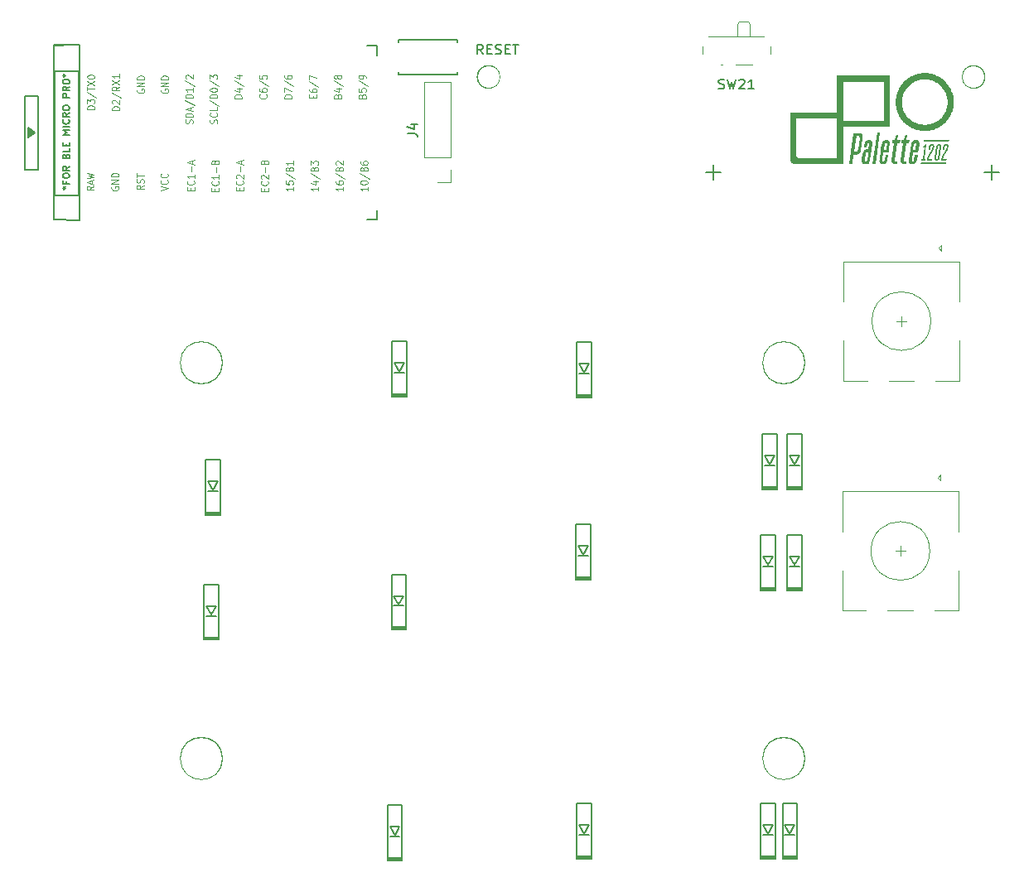
<source format=gto>
G04 #@! TF.GenerationSoftware,KiCad,Pcbnew,(5.1.4-0-10_14)*
G04 #@! TF.CreationDate,2019-11-24T20:29:24+09:00*
G04 #@! TF.ProjectId,palette1202-PM,70616c65-7474-4653-9132-30322d504d2e,rev?*
G04 #@! TF.SameCoordinates,Original*
G04 #@! TF.FileFunction,Legend,Top*
G04 #@! TF.FilePolarity,Positive*
%FSLAX46Y46*%
G04 Gerber Fmt 4.6, Leading zero omitted, Abs format (unit mm)*
G04 Created by KiCad (PCBNEW (5.1.4-0-10_14)) date 2019-11-24 20:29:24*
%MOMM*%
%LPD*%
G04 APERTURE LIST*
%ADD10C,0.100000*%
%ADD11C,0.150000*%
%ADD12C,0.200000*%
%ADD13C,0.120000*%
%ADD14C,0.400000*%
%ADD15C,0.125000*%
%ADD16R,1.499000X1.499000*%
%ADD17C,1.499000*%
%ADD18R,3.102000X4.102000*%
%ADD19C,1.902000*%
%ADD20C,3.102000*%
%ADD21C,1.802000*%
%ADD22C,2.002000*%
%ADD23C,4.102000*%
%ADD24R,1.802000X1.802000*%
%ADD25O,1.802000X1.802000*%
%ADD26C,4.202000*%
%ADD27C,2.202000*%
%ADD28C,1.702200*%
%ADD29R,1.102000X0.902000*%
%ADD30R,0.802000X1.602000*%
%ADD31C,1.002000*%
%ADD32C,2.102000*%
%ADD33R,2.102000X3.302000*%
%ADD34R,2.102000X2.102000*%
G04 APERTURE END LIST*
D10*
G36*
X171104456Y-48087925D02*
G01*
X171127476Y-48089232D01*
X171149651Y-48091415D01*
X171170993Y-48094477D01*
X171191513Y-48098424D01*
X171211223Y-48103257D01*
X171230134Y-48108982D01*
X171248259Y-48115603D01*
X171265609Y-48123122D01*
X171282195Y-48131545D01*
X171298029Y-48140875D01*
X171313124Y-48151115D01*
X171327489Y-48162270D01*
X171341137Y-48174344D01*
X171354080Y-48187340D01*
X171366330Y-48201262D01*
X171377710Y-48216022D01*
X171388039Y-48231534D01*
X171397322Y-48247806D01*
X171405563Y-48264845D01*
X171412764Y-48282659D01*
X171418931Y-48301256D01*
X171424067Y-48320644D01*
X171428176Y-48340830D01*
X171431262Y-48361822D01*
X171433328Y-48383628D01*
X171434379Y-48406256D01*
X171434419Y-48429713D01*
X171433450Y-48454007D01*
X171431478Y-48479147D01*
X171428506Y-48505138D01*
X171424538Y-48531991D01*
X171263142Y-49674991D01*
X171258033Y-49674636D01*
X171133497Y-50550760D01*
X170860977Y-50550760D01*
X170868913Y-50455510D01*
X170845101Y-50455510D01*
X170838031Y-50462331D01*
X170830714Y-50468905D01*
X170823148Y-50475230D01*
X170815335Y-50481307D01*
X170807273Y-50487136D01*
X170798964Y-50492717D01*
X170790406Y-50498050D01*
X170781601Y-50503135D01*
X170772666Y-50508850D01*
X170763700Y-50514132D01*
X170754672Y-50519041D01*
X170745551Y-50523640D01*
X170736306Y-50527991D01*
X170726906Y-50532156D01*
X170717320Y-50536197D01*
X170707517Y-50540176D01*
X170697466Y-50543023D01*
X170687136Y-50545592D01*
X170676496Y-50547850D01*
X170665515Y-50549767D01*
X170654162Y-50551313D01*
X170642405Y-50552455D01*
X170630215Y-50553163D01*
X170617559Y-50553405D01*
X170602801Y-50552941D01*
X170588295Y-50551550D01*
X170574045Y-50549237D01*
X170560054Y-50546005D01*
X170546327Y-50541859D01*
X170532867Y-50536802D01*
X170519678Y-50530838D01*
X170506765Y-50523971D01*
X170494131Y-50516205D01*
X170481779Y-50507543D01*
X170469715Y-50497990D01*
X170457941Y-50487549D01*
X170446461Y-50476225D01*
X170435280Y-50464021D01*
X170424402Y-50450941D01*
X170413829Y-50436990D01*
X170403846Y-50422169D01*
X170394735Y-50406485D01*
X170386500Y-50389940D01*
X170379144Y-50372539D01*
X170372673Y-50354285D01*
X170367088Y-50335182D01*
X170362395Y-50315234D01*
X170358598Y-50294446D01*
X170355699Y-50272820D01*
X170353704Y-50250360D01*
X170352616Y-50227072D01*
X170352438Y-50202958D01*
X170352672Y-50195009D01*
X170660063Y-50195009D01*
X170660211Y-50204090D01*
X170660592Y-50212761D01*
X170661214Y-50221025D01*
X170662083Y-50228885D01*
X170663208Y-50236347D01*
X170664597Y-50243413D01*
X170666257Y-50250088D01*
X170668196Y-50256375D01*
X170670422Y-50262278D01*
X170672943Y-50267801D01*
X170675766Y-50272949D01*
X170678338Y-50277755D01*
X170681089Y-50282251D01*
X170684010Y-50286437D01*
X170687094Y-50290312D01*
X170690332Y-50293878D01*
X170693719Y-50297134D01*
X170697244Y-50300079D01*
X170700902Y-50302715D01*
X170704683Y-50305040D01*
X170708581Y-50307056D01*
X170712587Y-50308761D01*
X170716694Y-50310157D01*
X170720894Y-50311242D01*
X170725179Y-50312017D01*
X170729542Y-50312482D01*
X170733974Y-50312637D01*
X170738408Y-50312545D01*
X170742780Y-50312270D01*
X170747090Y-50311817D01*
X170751338Y-50311190D01*
X170755524Y-50310392D01*
X170759648Y-50309428D01*
X170763709Y-50308300D01*
X170767709Y-50307014D01*
X170771647Y-50305573D01*
X170775523Y-50303981D01*
X170779336Y-50302241D01*
X170783088Y-50300358D01*
X170786778Y-50298335D01*
X170790405Y-50296177D01*
X170793971Y-50293887D01*
X170797474Y-50291469D01*
X170800917Y-50288928D01*
X170804301Y-50286271D01*
X170807631Y-50283505D01*
X170810910Y-50280638D01*
X170814143Y-50277679D01*
X170817334Y-50274634D01*
X170823602Y-50268319D01*
X170829746Y-50261756D01*
X170835798Y-50255007D01*
X170847746Y-50241199D01*
X170852707Y-50233138D01*
X170857668Y-50224828D01*
X170862629Y-50216270D01*
X170867590Y-50207464D01*
X170872551Y-50198411D01*
X170877512Y-50189109D01*
X170882473Y-50179559D01*
X170887434Y-50169761D01*
X170974746Y-49489782D01*
X170980038Y-49489782D01*
X171001204Y-49325741D01*
X170887434Y-49325741D01*
X170880573Y-49325911D01*
X170873883Y-49326421D01*
X170867363Y-49327271D01*
X170861011Y-49328459D01*
X170854829Y-49329984D01*
X170848814Y-49331845D01*
X170842967Y-49334041D01*
X170837287Y-49336572D01*
X170831773Y-49339436D01*
X170826426Y-49342632D01*
X170821245Y-49346160D01*
X170816228Y-49350018D01*
X170811377Y-49354206D01*
X170806690Y-49358722D01*
X170802166Y-49363565D01*
X170797806Y-49368735D01*
X170789573Y-49380051D01*
X170781987Y-49392661D01*
X170775045Y-49406558D01*
X170768743Y-49421734D01*
X170763076Y-49438182D01*
X170758040Y-49455892D01*
X170753633Y-49474859D01*
X170749850Y-49495073D01*
X170662537Y-50143303D01*
X170661639Y-50154497D01*
X170660935Y-50165260D01*
X170660433Y-50175598D01*
X170660139Y-50185512D01*
X170660063Y-50195009D01*
X170352672Y-50195009D01*
X170353175Y-50178022D01*
X170354831Y-50152268D01*
X170357409Y-50125700D01*
X170360913Y-50098323D01*
X170448226Y-49484490D01*
X170453032Y-49457113D01*
X170458520Y-49430545D01*
X170464690Y-49404792D01*
X170471542Y-49379856D01*
X170479077Y-49355742D01*
X170487293Y-49332453D01*
X170496192Y-49309994D01*
X170505773Y-49288368D01*
X170516035Y-49267579D01*
X170526980Y-49247631D01*
X170538608Y-49228528D01*
X170550917Y-49210274D01*
X170563908Y-49192873D01*
X170577582Y-49176328D01*
X170591937Y-49160643D01*
X170606975Y-49145823D01*
X170622632Y-49131871D01*
X170638844Y-49118792D01*
X170655606Y-49106588D01*
X170672914Y-49095264D01*
X170690765Y-49084823D01*
X170709155Y-49075270D01*
X170728080Y-49066609D01*
X170747535Y-49058842D01*
X170767518Y-49051975D01*
X170788024Y-49046011D01*
X170809049Y-49040954D01*
X170830590Y-49036807D01*
X170852642Y-49033576D01*
X170875202Y-49031262D01*
X170898266Y-49029872D01*
X170921830Y-49029407D01*
X171038245Y-49029407D01*
X171125558Y-48516116D01*
X171127357Y-48507341D01*
X171128787Y-48498876D01*
X171129854Y-48490722D01*
X171130560Y-48482877D01*
X171130910Y-48475343D01*
X171130906Y-48468119D01*
X171130554Y-48461204D01*
X171129857Y-48454600D01*
X171128819Y-48448306D01*
X171127444Y-48442322D01*
X171125736Y-48436648D01*
X171123698Y-48431284D01*
X171121334Y-48426230D01*
X171118649Y-48421486D01*
X171115646Y-48417052D01*
X171112329Y-48412928D01*
X171108793Y-48409084D01*
X171105125Y-48405487D01*
X171101318Y-48402139D01*
X171097363Y-48399038D01*
X171093254Y-48396186D01*
X171088981Y-48393581D01*
X171084538Y-48391225D01*
X171079917Y-48389116D01*
X171075110Y-48387256D01*
X171070109Y-48385644D01*
X171064907Y-48384279D01*
X171059495Y-48383163D01*
X171053866Y-48382295D01*
X171048012Y-48381675D01*
X171041926Y-48381303D01*
X171035599Y-48381179D01*
X171031135Y-48381303D01*
X171026675Y-48381675D01*
X171022222Y-48382295D01*
X171017781Y-48383163D01*
X171013356Y-48384279D01*
X171008950Y-48385643D01*
X171004567Y-48387256D01*
X171000212Y-48389116D01*
X170995887Y-48391224D01*
X170991597Y-48393581D01*
X170987346Y-48396185D01*
X170983138Y-48399038D01*
X170978976Y-48402138D01*
X170974864Y-48405487D01*
X170970807Y-48409084D01*
X170966808Y-48412928D01*
X170962902Y-48417052D01*
X170959124Y-48421486D01*
X170955478Y-48426229D01*
X170951967Y-48431283D01*
X170948596Y-48436647D01*
X170945368Y-48442321D01*
X170942287Y-48448305D01*
X170939358Y-48454600D01*
X170936583Y-48461204D01*
X170933968Y-48468118D01*
X170931515Y-48475343D01*
X170929229Y-48482877D01*
X170927114Y-48490722D01*
X170925173Y-48498876D01*
X170923410Y-48507341D01*
X170921830Y-48516116D01*
X170871559Y-48820387D01*
X170575225Y-48820387D01*
X170625496Y-48494950D01*
X170630302Y-48470052D01*
X170635790Y-48445955D01*
X170641960Y-48422658D01*
X170648813Y-48400154D01*
X170656347Y-48378442D01*
X170664563Y-48357516D01*
X170673462Y-48337373D01*
X170683043Y-48318009D01*
X170693306Y-48299420D01*
X170704251Y-48281603D01*
X170715878Y-48264553D01*
X170728187Y-48248266D01*
X170741179Y-48232740D01*
X170754852Y-48217969D01*
X170769208Y-48203949D01*
X170784246Y-48190678D01*
X170799811Y-48178183D01*
X170815753Y-48166494D01*
X170832074Y-48155611D01*
X170848779Y-48145534D01*
X170865872Y-48136263D01*
X170883356Y-48127799D01*
X170901235Y-48120140D01*
X170919514Y-48113288D01*
X170938196Y-48107242D01*
X170957284Y-48102002D01*
X170976784Y-48097568D01*
X170996698Y-48093940D01*
X171017031Y-48091118D01*
X171037786Y-48089103D01*
X171058968Y-48087894D01*
X171080579Y-48087491D01*
X171104456Y-48087925D01*
G37*
G36*
X170047008Y-47365707D02*
G01*
X170073664Y-47367298D01*
X170099560Y-47369958D01*
X170124689Y-47373695D01*
X170149043Y-47378518D01*
X170172614Y-47384433D01*
X170195394Y-47391450D01*
X170217376Y-47399575D01*
X170238552Y-47408816D01*
X170258914Y-47419181D01*
X170278454Y-47430677D01*
X170297165Y-47443314D01*
X170315038Y-47457097D01*
X170332067Y-47472035D01*
X170348243Y-47488136D01*
X170363558Y-47505408D01*
X170378287Y-47523640D01*
X170391722Y-47542620D01*
X170403870Y-47562352D01*
X170414739Y-47582840D01*
X170424336Y-47604087D01*
X170432670Y-47626098D01*
X170439749Y-47648877D01*
X170445579Y-47672426D01*
X170450169Y-47696751D01*
X170453527Y-47721855D01*
X170455660Y-47747741D01*
X170456576Y-47774415D01*
X170456283Y-47801879D01*
X170454788Y-47830138D01*
X170452099Y-47859195D01*
X170448225Y-47889054D01*
X170350329Y-48579616D01*
X170348895Y-48579361D01*
X170278892Y-49074386D01*
X170273961Y-49104246D01*
X170268097Y-49133303D01*
X170261294Y-49161561D01*
X170253550Y-49189025D01*
X170244860Y-49215699D01*
X170235220Y-49241586D01*
X170224627Y-49266689D01*
X170213077Y-49291014D01*
X170200565Y-49314564D01*
X170187089Y-49337342D01*
X170172643Y-49359353D01*
X170157225Y-49380600D01*
X170140830Y-49401088D01*
X170123455Y-49420820D01*
X170105095Y-49439800D01*
X170085746Y-49458032D01*
X170065655Y-49474868D01*
X170045067Y-49490645D01*
X170023983Y-49505361D01*
X170002403Y-49519011D01*
X169980327Y-49531591D01*
X169957754Y-49543097D01*
X169934686Y-49553526D01*
X169911122Y-49562874D01*
X169887061Y-49571136D01*
X169862505Y-49578309D01*
X169837452Y-49584390D01*
X169811903Y-49589373D01*
X169785858Y-49593256D01*
X169759317Y-49596034D01*
X169732280Y-49597704D01*
X169704747Y-49598262D01*
X169522184Y-49598262D01*
X169389893Y-50553407D01*
X169072392Y-50553407D01*
X169250879Y-49280762D01*
X169567163Y-49280762D01*
X169749725Y-49280762D01*
X169771926Y-49279986D01*
X169782562Y-49279014D01*
X169792890Y-49277651D01*
X169802910Y-49275898D01*
X169812622Y-49273751D01*
X169822027Y-49271211D01*
X169831126Y-49268277D01*
X169839918Y-49264948D01*
X169848404Y-49261222D01*
X169856586Y-49257099D01*
X169864462Y-49252578D01*
X169872034Y-49247658D01*
X169879303Y-49242337D01*
X169886268Y-49236615D01*
X169892931Y-49230491D01*
X169899291Y-49223965D01*
X169905349Y-49217034D01*
X169911106Y-49209698D01*
X169916563Y-49201956D01*
X169921718Y-49193807D01*
X169926574Y-49185250D01*
X169931131Y-49176284D01*
X169935388Y-49166909D01*
X169939348Y-49157122D01*
X169943009Y-49146924D01*
X169949439Y-49125288D01*
X169954684Y-49101994D01*
X169958747Y-49077033D01*
X170043413Y-48484366D01*
X170043757Y-48484439D01*
X170128079Y-47891700D01*
X170129373Y-47879243D01*
X170130279Y-47867175D01*
X170130796Y-47855495D01*
X170130921Y-47844204D01*
X170130656Y-47833302D01*
X170129998Y-47822791D01*
X170128946Y-47812670D01*
X170127501Y-47802940D01*
X170125659Y-47793602D01*
X170123422Y-47784655D01*
X170120787Y-47776101D01*
X170117754Y-47767940D01*
X170114322Y-47760172D01*
X170110490Y-47752798D01*
X170106256Y-47745818D01*
X170101621Y-47739234D01*
X170096582Y-47733044D01*
X170091140Y-47727251D01*
X170085292Y-47721853D01*
X170079038Y-47716853D01*
X170072378Y-47712249D01*
X170065309Y-47708044D01*
X170057832Y-47704237D01*
X170049944Y-47700828D01*
X170041646Y-47697818D01*
X170032936Y-47695209D01*
X170023814Y-47692999D01*
X170014277Y-47691190D01*
X170004326Y-47689782D01*
X169993959Y-47688776D01*
X169983176Y-47688172D01*
X169971975Y-47687971D01*
X169789413Y-47687971D01*
X169567163Y-49280762D01*
X169250879Y-49280762D01*
X169519538Y-47365179D01*
X170019600Y-47365179D01*
X170047008Y-47365707D01*
G37*
G36*
X175903997Y-48090541D02*
G01*
X175927017Y-48091755D01*
X175949192Y-48093782D01*
X175970534Y-48096628D01*
X175991054Y-48100295D01*
X176010764Y-48104788D01*
X176029676Y-48110110D01*
X176047801Y-48116265D01*
X176065150Y-48123258D01*
X176081736Y-48131091D01*
X176097571Y-48139770D01*
X176112665Y-48149297D01*
X176127030Y-48159677D01*
X176140678Y-48170913D01*
X176153621Y-48183010D01*
X176165870Y-48195971D01*
X176177250Y-48209272D01*
X176187580Y-48223375D01*
X176196863Y-48238277D01*
X176205104Y-48253973D01*
X176212306Y-48270460D01*
X176218473Y-48287733D01*
X176223609Y-48305790D01*
X176227717Y-48324625D01*
X176230803Y-48344236D01*
X176232870Y-48364617D01*
X176233920Y-48385767D01*
X176233960Y-48407679D01*
X176232991Y-48430352D01*
X176231019Y-48453780D01*
X176228047Y-48477960D01*
X176224079Y-48502887D01*
X176152641Y-48973846D01*
X176151070Y-48973832D01*
X176094432Y-49354847D01*
X175570558Y-49354847D01*
X175462079Y-50106263D01*
X175460970Y-50116030D01*
X175460125Y-50125486D01*
X175459544Y-50134633D01*
X175459226Y-50143470D01*
X175459172Y-50151996D01*
X175459381Y-50160213D01*
X175459854Y-50168119D01*
X175460591Y-50175716D01*
X175461591Y-50183002D01*
X175462854Y-50189978D01*
X175464381Y-50196645D01*
X175466172Y-50203001D01*
X175468226Y-50209047D01*
X175470544Y-50214783D01*
X175473125Y-50220209D01*
X175475970Y-50225325D01*
X175479078Y-50230131D01*
X175482450Y-50234627D01*
X175486085Y-50238813D01*
X175489984Y-50242688D01*
X175494147Y-50246254D01*
X175498573Y-50249510D01*
X175503263Y-50252455D01*
X175508216Y-50255091D01*
X175513432Y-50257416D01*
X175518913Y-50259431D01*
X175524657Y-50261137D01*
X175530664Y-50262532D01*
X175536935Y-50263617D01*
X175543469Y-50264392D01*
X175550267Y-50264857D01*
X175557329Y-50265012D01*
X175564422Y-50264857D01*
X175571314Y-50264392D01*
X175578007Y-50263617D01*
X175584501Y-50262532D01*
X175590797Y-50261137D01*
X175596897Y-50259432D01*
X175602801Y-50257416D01*
X175608510Y-50255091D01*
X175614025Y-50252455D01*
X175619348Y-50249510D01*
X175624478Y-50246254D01*
X175629418Y-50242689D01*
X175634168Y-50238813D01*
X175638729Y-50234627D01*
X175643102Y-50230131D01*
X175647288Y-50225325D01*
X175651288Y-50220209D01*
X175655102Y-50214783D01*
X175662181Y-50203001D01*
X175668530Y-50189979D01*
X175674159Y-50175716D01*
X175679075Y-50160213D01*
X175683285Y-50143470D01*
X175686798Y-50125487D01*
X175689621Y-50106263D01*
X175766349Y-49582389D01*
X176062683Y-49582389D01*
X175985954Y-50106263D01*
X175981643Y-50133640D01*
X175976641Y-50160208D01*
X175970943Y-50185961D01*
X175964539Y-50210897D01*
X175957421Y-50235011D01*
X175949583Y-50258300D01*
X175941017Y-50280759D01*
X175931714Y-50302385D01*
X175921666Y-50323174D01*
X175910867Y-50343122D01*
X175899309Y-50362225D01*
X175886983Y-50380479D01*
X175873881Y-50397880D01*
X175859997Y-50414425D01*
X175845322Y-50430110D01*
X175829849Y-50444930D01*
X175813726Y-50458882D01*
X175797107Y-50471961D01*
X175779992Y-50484165D01*
X175762381Y-50495489D01*
X175744273Y-50505930D01*
X175725670Y-50515483D01*
X175706570Y-50524144D01*
X175686974Y-50531911D01*
X175666883Y-50538778D01*
X175646295Y-50544742D01*
X175625211Y-50549799D01*
X175603631Y-50553946D01*
X175581554Y-50557177D01*
X175558982Y-50559491D01*
X175535914Y-50560881D01*
X175512350Y-50561346D01*
X175488473Y-50560912D01*
X175465453Y-50559609D01*
X175443278Y-50557439D01*
X175421936Y-50554400D01*
X175401416Y-50550494D01*
X175381706Y-50545719D01*
X175362795Y-50540076D01*
X175344670Y-50533565D01*
X175327320Y-50526185D01*
X175310734Y-50517938D01*
X175294900Y-50508822D01*
X175279806Y-50498838D01*
X175265440Y-50487986D01*
X175251792Y-50476266D01*
X175238849Y-50463677D01*
X175226599Y-50450221D01*
X175215655Y-50435928D01*
X175205645Y-50420832D01*
X175196572Y-50404939D01*
X175188441Y-50388250D01*
X175181256Y-50370771D01*
X175175021Y-50352506D01*
X175169739Y-50333457D01*
X175165414Y-50313630D01*
X175162051Y-50293027D01*
X175159652Y-50271653D01*
X175158223Y-50249511D01*
X175157766Y-50226607D01*
X175158286Y-50202942D01*
X175159787Y-50178522D01*
X175162272Y-50153350D01*
X175165745Y-50127430D01*
X175323119Y-49055867D01*
X175612892Y-49055867D01*
X175840433Y-49055867D01*
X175856310Y-48952679D01*
X175859235Y-48952783D01*
X175927745Y-48521409D01*
X175929545Y-48512634D01*
X175930975Y-48504169D01*
X175932042Y-48496015D01*
X175932748Y-48488170D01*
X175933098Y-48480636D01*
X175933095Y-48473411D01*
X175932743Y-48466497D01*
X175932046Y-48459893D01*
X175931008Y-48453599D01*
X175929633Y-48447615D01*
X175927924Y-48441941D01*
X175925886Y-48436577D01*
X175923523Y-48431523D01*
X175920838Y-48426779D01*
X175917835Y-48422345D01*
X175914518Y-48418221D01*
X175910982Y-48414377D01*
X175907314Y-48410780D01*
X175903506Y-48407431D01*
X175899552Y-48404331D01*
X175895442Y-48401478D01*
X175891170Y-48398874D01*
X175886727Y-48396518D01*
X175882106Y-48394409D01*
X175877298Y-48392549D01*
X175872297Y-48390936D01*
X175867095Y-48389572D01*
X175861683Y-48388456D01*
X175856054Y-48387588D01*
X175850200Y-48386968D01*
X175844114Y-48386595D01*
X175837787Y-48386471D01*
X175830927Y-48386603D01*
X175824237Y-48386999D01*
X175817717Y-48387657D01*
X175811366Y-48388580D01*
X175805183Y-48389766D01*
X175799168Y-48391215D01*
X175793321Y-48392928D01*
X175787641Y-48394905D01*
X175782128Y-48397145D01*
X175776781Y-48399649D01*
X175771599Y-48402416D01*
X175766583Y-48405447D01*
X175761732Y-48408741D01*
X175757044Y-48412299D01*
X175752521Y-48416121D01*
X175748160Y-48420206D01*
X175743963Y-48424554D01*
X175739928Y-48429166D01*
X175736054Y-48434042D01*
X175732342Y-48439181D01*
X175728791Y-48444584D01*
X175725400Y-48450250D01*
X175719097Y-48462374D01*
X175713430Y-48475551D01*
X175708395Y-48489783D01*
X175703988Y-48505069D01*
X175700204Y-48521409D01*
X175612892Y-49055867D01*
X175323119Y-49055867D01*
X175401224Y-48524054D01*
X175406030Y-48497698D01*
X175411523Y-48472202D01*
X175417706Y-48447559D01*
X175424582Y-48423760D01*
X175432156Y-48400799D01*
X175440431Y-48378667D01*
X175449412Y-48357357D01*
X175459102Y-48336861D01*
X175469505Y-48317171D01*
X175480625Y-48298279D01*
X175492466Y-48280178D01*
X175505032Y-48262860D01*
X175518326Y-48246317D01*
X175532353Y-48230542D01*
X175547116Y-48215526D01*
X175562620Y-48201262D01*
X175578743Y-48187806D01*
X175595362Y-48175217D01*
X175612477Y-48163497D01*
X175630089Y-48152645D01*
X175648196Y-48142661D01*
X175666800Y-48133545D01*
X175685899Y-48125298D01*
X175705495Y-48117918D01*
X175725587Y-48111407D01*
X175746175Y-48105764D01*
X175767259Y-48100989D01*
X175788839Y-48097083D01*
X175810915Y-48094044D01*
X175833488Y-48091874D01*
X175856556Y-48090571D01*
X175880121Y-48090137D01*
X175903997Y-48090541D01*
G37*
G36*
X178941351Y-50569283D02*
G01*
X176372245Y-50569283D01*
X176396059Y-50402595D01*
X178962516Y-50402595D01*
X178941351Y-50569283D01*
G37*
G36*
X178993057Y-48503166D02*
G01*
X179007289Y-48504008D01*
X179021087Y-48505415D01*
X179034450Y-48507393D01*
X179047380Y-48509944D01*
X179059875Y-48513072D01*
X179071936Y-48516782D01*
X179083563Y-48521077D01*
X179094757Y-48525961D01*
X179105516Y-48531438D01*
X179115841Y-48537512D01*
X179125731Y-48544187D01*
X179135188Y-48551466D01*
X179144211Y-48559354D01*
X179152800Y-48567854D01*
X179160955Y-48576970D01*
X179168552Y-48586582D01*
X179175470Y-48596571D01*
X179181715Y-48606939D01*
X179187288Y-48617691D01*
X179192196Y-48628831D01*
X179196440Y-48640362D01*
X179200026Y-48652288D01*
X179202956Y-48664613D01*
X179205236Y-48677342D01*
X179206868Y-48690477D01*
X179207857Y-48704024D01*
X179208206Y-48717985D01*
X179207920Y-48732365D01*
X179207002Y-48747167D01*
X179205457Y-48762395D01*
X179203287Y-48778054D01*
X179197080Y-48814264D01*
X179190347Y-48849450D01*
X179183056Y-48883582D01*
X179175175Y-48916629D01*
X179166675Y-48948560D01*
X179157523Y-48979344D01*
X179147689Y-49008949D01*
X179137142Y-49037346D01*
X179126098Y-49065747D01*
X179114776Y-49093404D01*
X179103143Y-49120317D01*
X179091170Y-49146486D01*
X179078824Y-49171910D01*
X179066075Y-49196591D01*
X179052893Y-49220527D01*
X179039245Y-49243720D01*
X179025349Y-49267289D01*
X179011422Y-49290394D01*
X178997433Y-49313064D01*
X178983352Y-49335332D01*
X178969146Y-49357227D01*
X178954785Y-49378781D01*
X178940238Y-49400025D01*
X178925474Y-49420991D01*
X178910710Y-49441950D01*
X178896163Y-49463158D01*
X178881802Y-49484614D01*
X178867596Y-49506318D01*
X178839525Y-49550471D01*
X178811702Y-49595615D01*
X178786030Y-49641834D01*
X178773426Y-49665471D01*
X178761101Y-49689542D01*
X178749148Y-49714109D01*
X178737661Y-49739235D01*
X178726731Y-49764980D01*
X178716453Y-49791407D01*
X178705911Y-49818574D01*
X178696113Y-49846515D01*
X178687059Y-49875263D01*
X178678750Y-49904847D01*
X178671184Y-49935300D01*
X178664363Y-49966652D01*
X178658286Y-49998934D01*
X178652954Y-50032178D01*
X179015434Y-50032178D01*
X178994266Y-50201511D01*
X178462453Y-50198866D01*
X178483619Y-50032178D01*
X178489826Y-49995095D01*
X178496559Y-49959252D01*
X178503851Y-49924650D01*
X178511732Y-49891287D01*
X178520233Y-49859165D01*
X178529385Y-49828283D01*
X178539219Y-49798642D01*
X178549766Y-49770241D01*
X178560809Y-49742707D01*
X178572132Y-49715670D01*
X178583764Y-49689129D01*
X178595738Y-49663084D01*
X178608083Y-49637535D01*
X178620832Y-49612482D01*
X178634015Y-49587926D01*
X178647663Y-49563865D01*
X178661558Y-49540296D01*
X178675485Y-49517191D01*
X178689474Y-49494521D01*
X178703556Y-49472254D01*
X178717762Y-49450358D01*
X178732123Y-49428804D01*
X178746670Y-49407560D01*
X178761434Y-49386595D01*
X178776198Y-49365635D01*
X178790744Y-49344427D01*
X178805105Y-49322971D01*
X178819311Y-49301267D01*
X178847382Y-49257114D01*
X178875204Y-49211970D01*
X178900876Y-49165792D01*
X178913480Y-49142253D01*
X178925805Y-49118374D01*
X178937758Y-49094122D01*
X178949246Y-49069467D01*
X178960176Y-49044378D01*
X178970455Y-49018824D01*
X178980997Y-48992418D01*
X178990795Y-48964833D01*
X178999849Y-48936132D01*
X179008158Y-48906377D01*
X179015724Y-48875629D01*
X179022545Y-48843952D01*
X179028622Y-48811406D01*
X179033954Y-48778054D01*
X179035475Y-48765093D01*
X179035889Y-48758937D01*
X179036073Y-48752996D01*
X179036029Y-48747270D01*
X179035757Y-48741759D01*
X179035258Y-48736463D01*
X179034533Y-48731380D01*
X179033584Y-48726510D01*
X179032411Y-48721852D01*
X179031015Y-48717407D01*
X179029397Y-48713174D01*
X179027558Y-48709152D01*
X179025499Y-48705340D01*
X179023221Y-48701739D01*
X179020726Y-48698348D01*
X179018013Y-48695166D01*
X179015084Y-48692192D01*
X179011940Y-48689427D01*
X179008582Y-48686870D01*
X179005010Y-48684521D01*
X179001227Y-48682378D01*
X178997232Y-48680441D01*
X178993027Y-48678711D01*
X178988613Y-48677185D01*
X178983990Y-48675865D01*
X178979160Y-48674749D01*
X178974124Y-48673837D01*
X178968882Y-48673129D01*
X178963436Y-48672624D01*
X178951934Y-48672220D01*
X178946059Y-48672321D01*
X178940338Y-48672624D01*
X178934773Y-48673129D01*
X178929362Y-48673837D01*
X178924107Y-48674749D01*
X178919006Y-48675865D01*
X178914061Y-48677185D01*
X178909271Y-48678711D01*
X178904635Y-48680441D01*
X178900155Y-48682378D01*
X178895829Y-48684521D01*
X178891659Y-48686870D01*
X178887644Y-48689427D01*
X178883784Y-48692192D01*
X178880078Y-48695166D01*
X178876528Y-48698348D01*
X178873133Y-48701739D01*
X178869893Y-48705340D01*
X178866808Y-48709152D01*
X178863878Y-48713174D01*
X178861102Y-48717407D01*
X178858482Y-48721852D01*
X178856017Y-48726510D01*
X178853707Y-48731380D01*
X178851552Y-48736463D01*
X178849552Y-48741759D01*
X178847708Y-48747270D01*
X178846018Y-48752996D01*
X178844483Y-48758937D01*
X178843103Y-48765093D01*
X178840808Y-48778054D01*
X178798475Y-49061158D01*
X178629142Y-49061158D01*
X178671476Y-48775408D01*
X178674205Y-48759749D01*
X178677429Y-48744525D01*
X178681150Y-48729736D01*
X178685367Y-48715380D01*
X178690080Y-48701458D01*
X178695288Y-48687971D01*
X178700994Y-48674917D01*
X178707195Y-48662298D01*
X178713892Y-48650112D01*
X178721085Y-48638361D01*
X178728775Y-48627044D01*
X178736960Y-48616161D01*
X178745642Y-48605712D01*
X178754820Y-48595697D01*
X178764494Y-48586116D01*
X178774664Y-48576970D01*
X178785236Y-48567854D01*
X178796115Y-48559354D01*
X178807295Y-48551466D01*
X178818775Y-48544187D01*
X178830548Y-48537512D01*
X178842613Y-48531438D01*
X178854964Y-48525961D01*
X178867598Y-48521077D01*
X178880511Y-48516782D01*
X178893700Y-48513072D01*
X178907159Y-48509944D01*
X178920886Y-48507393D01*
X178934877Y-48505415D01*
X178949127Y-48504008D01*
X178963633Y-48503166D01*
X178978391Y-48502886D01*
X178993057Y-48503166D01*
G37*
G36*
X178265453Y-48500986D02*
G01*
X178279685Y-48502230D01*
X178293483Y-48503979D01*
X178306846Y-48506235D01*
X178319776Y-48509003D01*
X178332271Y-48512287D01*
X178344332Y-48516090D01*
X178355960Y-48520416D01*
X178367153Y-48525269D01*
X178377912Y-48530653D01*
X178388237Y-48536572D01*
X178398128Y-48543029D01*
X178407584Y-48550029D01*
X178416607Y-48557576D01*
X178425196Y-48565673D01*
X178433351Y-48574324D01*
X178440978Y-48583471D01*
X178447980Y-48593047D01*
X178454355Y-48603050D01*
X178460098Y-48613475D01*
X178465206Y-48624318D01*
X178469674Y-48635577D01*
X178473499Y-48647246D01*
X178476676Y-48659322D01*
X178479203Y-48671801D01*
X178481074Y-48684680D01*
X178482286Y-48697954D01*
X178482836Y-48711619D01*
X178482719Y-48725672D01*
X178481932Y-48740108D01*
X178480470Y-48754924D01*
X178478330Y-48770117D01*
X178372495Y-49479200D01*
X178370507Y-49479045D01*
X178303705Y-49934284D01*
X178300947Y-49949476D01*
X178297638Y-49964292D01*
X178293787Y-49978729D01*
X178289401Y-49992782D01*
X178284488Y-50006447D01*
X178279055Y-50019721D01*
X178273111Y-50032599D01*
X178266663Y-50045078D01*
X178259719Y-50057154D01*
X178252287Y-50068823D01*
X178244374Y-50080082D01*
X178235988Y-50090925D01*
X178227138Y-50101350D01*
X178217829Y-50111353D01*
X178208071Y-50120929D01*
X178197872Y-50130075D01*
X178187299Y-50138726D01*
X178176421Y-50146819D01*
X178165240Y-50154353D01*
X178153761Y-50161329D01*
X178141987Y-50167748D01*
X178129923Y-50173608D01*
X178117571Y-50178910D01*
X178104937Y-50183654D01*
X178092024Y-50187839D01*
X178078836Y-50191467D01*
X178065376Y-50194537D01*
X178051649Y-50197048D01*
X178037658Y-50199002D01*
X178023408Y-50200397D01*
X178008902Y-50201234D01*
X177994144Y-50201513D01*
X177979478Y-50200768D01*
X177965246Y-50199524D01*
X177951448Y-50197775D01*
X177938085Y-50195519D01*
X177925155Y-50192751D01*
X177912660Y-50189468D01*
X177900598Y-50185665D01*
X177888971Y-50181339D01*
X177877778Y-50176486D01*
X177867019Y-50171102D01*
X177856694Y-50165183D01*
X177846803Y-50158726D01*
X177837346Y-50151725D01*
X177828324Y-50144179D01*
X177819735Y-50136082D01*
X177811580Y-50127431D01*
X177803983Y-50118284D01*
X177797064Y-50108708D01*
X177790820Y-50098705D01*
X177785246Y-50088280D01*
X177780338Y-50077437D01*
X177776093Y-50066178D01*
X177772507Y-50054509D01*
X177769577Y-50042433D01*
X177767297Y-50029954D01*
X177765665Y-50017075D01*
X177764676Y-50003801D01*
X177764326Y-49990136D01*
X177764612Y-49976083D01*
X177765531Y-49961647D01*
X177765914Y-49957973D01*
X177934852Y-49957973D01*
X177934952Y-49963554D01*
X177935314Y-49968887D01*
X177935933Y-49973972D01*
X177936800Y-49978809D01*
X177937907Y-49983398D01*
X177939247Y-49987739D01*
X177940811Y-49991831D01*
X177942593Y-49995676D01*
X177944584Y-49999273D01*
X177946777Y-50002621D01*
X177949163Y-50005722D01*
X177952203Y-50009071D01*
X177955375Y-50012176D01*
X177958686Y-50015041D01*
X177962145Y-50017670D01*
X177965758Y-50020066D01*
X177969534Y-50022233D01*
X177973481Y-50024175D01*
X177977606Y-50025897D01*
X177981917Y-50027401D01*
X177986422Y-50028692D01*
X177991128Y-50029774D01*
X177996044Y-50030651D01*
X178001177Y-50031326D01*
X178006534Y-50031803D01*
X178012125Y-50032087D01*
X178017955Y-50032181D01*
X178029581Y-50031777D01*
X178035182Y-50031274D01*
X178040641Y-50030568D01*
X178045957Y-50029661D01*
X178051128Y-50028553D01*
X178056153Y-50027243D01*
X178061033Y-50025731D01*
X178065765Y-50024018D01*
X178070349Y-50022104D01*
X178074783Y-50019987D01*
X178079068Y-50017670D01*
X178083201Y-50015150D01*
X178087182Y-50012430D01*
X178091010Y-50009507D01*
X178094684Y-50006383D01*
X178098203Y-50003058D01*
X178101566Y-49999531D01*
X178104772Y-49995803D01*
X178107820Y-49991873D01*
X178110709Y-49987741D01*
X178113439Y-49983408D01*
X178116007Y-49978874D01*
X178118414Y-49974137D01*
X178120658Y-49969200D01*
X178122738Y-49964060D01*
X178124653Y-49958720D01*
X178126403Y-49953177D01*
X178127986Y-49947434D01*
X178129401Y-49941488D01*
X178131725Y-49928993D01*
X178205808Y-49444805D01*
X178206313Y-49444813D01*
X178306350Y-48772764D01*
X178307226Y-48766416D01*
X178307871Y-48760269D01*
X178308285Y-48754323D01*
X178308469Y-48748579D01*
X178308425Y-48743037D01*
X178308153Y-48737696D01*
X178307654Y-48732557D01*
X178306929Y-48727620D01*
X178305980Y-48722883D01*
X178304807Y-48718349D01*
X178303411Y-48714016D01*
X178301793Y-48709884D01*
X178299954Y-48705954D01*
X178297895Y-48702226D01*
X178295617Y-48698699D01*
X178293122Y-48695373D01*
X178290409Y-48692250D01*
X178287480Y-48689327D01*
X178284336Y-48686606D01*
X178280978Y-48684087D01*
X178277407Y-48681770D01*
X178273623Y-48679653D01*
X178269628Y-48677739D01*
X178265423Y-48676026D01*
X178261009Y-48674514D01*
X178256386Y-48673204D01*
X178251557Y-48672096D01*
X178246520Y-48671189D01*
X178241278Y-48670483D01*
X178235832Y-48669979D01*
X178230183Y-48669677D01*
X178224331Y-48669576D01*
X178218455Y-48669677D01*
X178212734Y-48669979D01*
X178207169Y-48670483D01*
X178201758Y-48671189D01*
X178196503Y-48672096D01*
X178191402Y-48673204D01*
X178186457Y-48674514D01*
X178181667Y-48676026D01*
X178177031Y-48677739D01*
X178172551Y-48679653D01*
X178168226Y-48681770D01*
X178164055Y-48684087D01*
X178160040Y-48686606D01*
X178156180Y-48689327D01*
X178152474Y-48692250D01*
X178148924Y-48695373D01*
X178145529Y-48698699D01*
X178142289Y-48702226D01*
X178139204Y-48705954D01*
X178136274Y-48709884D01*
X178133499Y-48714016D01*
X178130878Y-48718349D01*
X178128413Y-48722883D01*
X178126103Y-48727620D01*
X178123949Y-48732557D01*
X178121949Y-48737696D01*
X178120104Y-48743037D01*
X178118414Y-48748579D01*
X178115499Y-48760269D01*
X178113205Y-48772764D01*
X177938579Y-49926347D01*
X177937245Y-49933169D01*
X177936213Y-49939742D01*
X177935475Y-49946067D01*
X177935024Y-49952144D01*
X177934852Y-49957973D01*
X177765914Y-49957973D01*
X177767077Y-49946831D01*
X177769247Y-49931638D01*
X177943872Y-48767471D01*
X177946601Y-48752279D01*
X177949825Y-48737463D01*
X177953546Y-48723026D01*
X177957763Y-48708973D01*
X177962476Y-48695308D01*
X177967685Y-48682034D01*
X177973390Y-48669156D01*
X177979591Y-48656677D01*
X177986288Y-48644601D01*
X177993481Y-48632931D01*
X178001171Y-48621673D01*
X178009356Y-48610829D01*
X178018038Y-48600404D01*
X178027216Y-48590401D01*
X178036890Y-48580825D01*
X178047060Y-48571679D01*
X178058068Y-48563028D01*
X178069270Y-48554936D01*
X178080673Y-48547401D01*
X178092286Y-48540425D01*
X178104116Y-48534007D01*
X178116170Y-48528147D01*
X178128457Y-48522845D01*
X178140985Y-48518101D01*
X178153760Y-48513915D01*
X178166792Y-48510287D01*
X178180087Y-48507217D01*
X178193653Y-48504706D01*
X178207499Y-48502753D01*
X178221631Y-48501357D01*
X178236058Y-48500520D01*
X178250787Y-48500241D01*
X178265453Y-48500986D01*
G37*
G36*
X177540495Y-48497874D02*
G01*
X177554727Y-48498716D01*
X177568525Y-48500124D01*
X177581888Y-48502101D01*
X177594818Y-48504652D01*
X177607313Y-48507780D01*
X177619375Y-48511490D01*
X177631002Y-48515785D01*
X177642195Y-48520669D01*
X177652954Y-48526146D01*
X177663279Y-48532220D01*
X177673170Y-48538895D01*
X177682627Y-48546174D01*
X177691649Y-48554062D01*
X177700238Y-48562562D01*
X177708393Y-48571678D01*
X177715990Y-48581291D01*
X177722908Y-48591279D01*
X177729152Y-48601648D01*
X177734726Y-48612400D01*
X177739634Y-48623539D01*
X177743878Y-48635070D01*
X177747464Y-48646997D01*
X177750395Y-48659322D01*
X177752674Y-48672051D01*
X177754307Y-48685186D01*
X177755296Y-48698733D01*
X177755645Y-48712694D01*
X177755359Y-48727073D01*
X177754441Y-48741875D01*
X177752895Y-48757103D01*
X177750724Y-48772762D01*
X177744519Y-48808972D01*
X177737786Y-48844158D01*
X177730494Y-48878290D01*
X177722614Y-48911337D01*
X177714113Y-48943268D01*
X177704961Y-48974052D01*
X177695127Y-49003657D01*
X177684579Y-49032054D01*
X177673536Y-49060455D01*
X177662214Y-49088112D01*
X177650581Y-49115025D01*
X177638607Y-49141194D01*
X177626262Y-49166619D01*
X177613513Y-49191299D01*
X177600330Y-49215236D01*
X177586683Y-49238428D01*
X177572787Y-49261998D01*
X177558861Y-49285102D01*
X177544872Y-49307773D01*
X177530790Y-49330040D01*
X177516584Y-49351935D01*
X177502223Y-49373489D01*
X177487676Y-49394733D01*
X177472911Y-49415699D01*
X177458147Y-49436659D01*
X177443600Y-49457866D01*
X177429240Y-49479322D01*
X177415034Y-49501026D01*
X177386964Y-49545179D01*
X177359142Y-49590323D01*
X177345499Y-49613278D01*
X177332352Y-49636543D01*
X177319702Y-49660179D01*
X177307547Y-49684250D01*
X177295889Y-49708817D01*
X177284727Y-49733943D01*
X177274061Y-49759688D01*
X177263891Y-49786115D01*
X177253349Y-49813282D01*
X177243551Y-49841223D01*
X177234497Y-49869971D01*
X177226187Y-49899556D01*
X177218622Y-49930008D01*
X177211801Y-49961361D01*
X177205724Y-49993643D01*
X177200391Y-50026887D01*
X177562872Y-50026887D01*
X177541704Y-50196219D01*
X177009891Y-50193574D01*
X177031059Y-50026887D01*
X177037265Y-49989804D01*
X177043998Y-49953961D01*
X177051289Y-49919358D01*
X177059170Y-49885996D01*
X177067670Y-49853873D01*
X177076822Y-49822992D01*
X177086657Y-49793350D01*
X177097204Y-49764949D01*
X177108247Y-49737415D01*
X177119570Y-49710378D01*
X177131202Y-49683837D01*
X177143176Y-49657792D01*
X177155522Y-49632243D01*
X177168270Y-49607190D01*
X177181453Y-49582634D01*
X177195100Y-49558573D01*
X177208996Y-49535004D01*
X177222923Y-49511899D01*
X177236912Y-49489229D01*
X177250994Y-49466962D01*
X177265200Y-49445066D01*
X177279561Y-49423512D01*
X177294108Y-49402268D01*
X177308872Y-49381304D01*
X177323636Y-49360344D01*
X177338183Y-49339136D01*
X177352544Y-49317680D01*
X177366750Y-49295975D01*
X177394820Y-49251823D01*
X177422643Y-49206678D01*
X177448316Y-49160500D01*
X177460920Y-49136961D01*
X177473245Y-49113082D01*
X177485198Y-49088830D01*
X177496685Y-49064175D01*
X177507614Y-49039086D01*
X177517892Y-49013532D01*
X177528435Y-48987126D01*
X177538232Y-48959541D01*
X177547286Y-48930840D01*
X177555596Y-48901085D01*
X177563161Y-48870338D01*
X177569983Y-48838660D01*
X177576059Y-48806114D01*
X177581392Y-48772762D01*
X177582913Y-48759801D01*
X177583327Y-48753645D01*
X177583511Y-48747704D01*
X177583466Y-48741978D01*
X177583194Y-48736468D01*
X177582696Y-48731171D01*
X177581971Y-48726088D01*
X177581022Y-48721218D01*
X177579848Y-48716560D01*
X177578452Y-48712115D01*
X177576834Y-48707882D01*
X177574996Y-48703860D01*
X177572937Y-48700048D01*
X177570659Y-48696447D01*
X177568163Y-48693056D01*
X177565450Y-48689874D01*
X177562522Y-48686900D01*
X177559378Y-48684136D01*
X177556019Y-48681578D01*
X177552448Y-48679229D01*
X177548665Y-48677086D01*
X177544670Y-48675149D01*
X177540465Y-48673419D01*
X177536051Y-48671893D01*
X177531428Y-48670573D01*
X177526598Y-48669457D01*
X177521562Y-48668545D01*
X177516320Y-48667837D01*
X177510874Y-48667332D01*
X177499372Y-48666928D01*
X177493497Y-48667029D01*
X177487776Y-48667332D01*
X177482210Y-48667837D01*
X177476800Y-48668545D01*
X177471545Y-48669457D01*
X177466444Y-48670573D01*
X177461499Y-48671893D01*
X177456708Y-48673419D01*
X177452073Y-48675149D01*
X177447593Y-48677086D01*
X177443267Y-48679229D01*
X177439097Y-48681578D01*
X177435082Y-48684136D01*
X177431221Y-48686900D01*
X177427516Y-48689874D01*
X177423966Y-48693056D01*
X177420571Y-48696447D01*
X177417331Y-48700048D01*
X177414246Y-48703860D01*
X177411316Y-48707882D01*
X177408541Y-48712115D01*
X177405921Y-48716560D01*
X177403456Y-48721218D01*
X177401146Y-48726088D01*
X177398991Y-48731171D01*
X177396991Y-48736468D01*
X177395146Y-48741978D01*
X177393457Y-48747704D01*
X177391922Y-48753645D01*
X177390542Y-48759801D01*
X177388248Y-48772762D01*
X177345913Y-49055866D01*
X177176580Y-49055866D01*
X177218914Y-48770116D01*
X177221643Y-48754458D01*
X177224867Y-48739234D01*
X177228588Y-48724444D01*
X177232805Y-48710088D01*
X177237518Y-48696167D01*
X177242727Y-48682679D01*
X177248433Y-48669626D01*
X177254634Y-48657006D01*
X177261331Y-48644821D01*
X177268524Y-48633070D01*
X177276214Y-48621753D01*
X177284399Y-48610870D01*
X177293080Y-48600421D01*
X177302258Y-48590406D01*
X177311932Y-48580825D01*
X177322101Y-48571678D01*
X177332674Y-48562562D01*
X177343552Y-48554062D01*
X177354733Y-48546174D01*
X177366213Y-48538895D01*
X177377986Y-48532220D01*
X177390051Y-48526146D01*
X177402402Y-48520669D01*
X177415037Y-48515785D01*
X177427950Y-48511490D01*
X177441138Y-48507780D01*
X177454598Y-48504652D01*
X177468325Y-48502101D01*
X177482315Y-48500124D01*
X177496565Y-48498716D01*
X177511071Y-48497874D01*
X177525829Y-48497595D01*
X177540495Y-48497874D01*
G37*
G36*
X176750599Y-50021595D02*
G01*
X176882890Y-50021595D01*
X176861723Y-50190927D01*
X176427808Y-50193574D01*
X176448976Y-50024241D01*
X176581268Y-50024241D01*
X176758537Y-48801866D01*
X176745308Y-48801866D01*
X176743262Y-48803820D01*
X176741101Y-48805711D01*
X176738831Y-48807540D01*
X176736461Y-48809308D01*
X176733997Y-48811013D01*
X176731448Y-48812656D01*
X176728822Y-48814238D01*
X176726126Y-48815757D01*
X176723367Y-48817214D01*
X176720555Y-48818609D01*
X176717696Y-48819942D01*
X176714798Y-48821214D01*
X176711869Y-48822423D01*
X176708917Y-48823570D01*
X176705949Y-48824655D01*
X176702974Y-48825679D01*
X176697016Y-48827772D01*
X176691026Y-48830020D01*
X176678830Y-48834609D01*
X176672561Y-48836764D01*
X176669371Y-48837765D01*
X176666138Y-48838701D01*
X176662858Y-48839560D01*
X176659528Y-48840329D01*
X176656144Y-48840998D01*
X176652702Y-48841554D01*
X176649167Y-48842516D01*
X176645509Y-48843415D01*
X176641726Y-48844252D01*
X176637819Y-48845027D01*
X176629634Y-48846391D01*
X176620952Y-48847507D01*
X176611775Y-48848375D01*
X176602101Y-48848995D01*
X176591931Y-48849367D01*
X176581266Y-48849491D01*
X176599786Y-48727783D01*
X176610143Y-48727535D01*
X176620380Y-48726791D01*
X176630500Y-48725550D01*
X176640508Y-48723814D01*
X176650407Y-48721582D01*
X176660201Y-48718853D01*
X176669895Y-48715629D01*
X176679492Y-48711908D01*
X176688996Y-48707691D01*
X176698411Y-48702978D01*
X176707740Y-48697769D01*
X176716988Y-48692064D01*
X176726159Y-48685863D01*
X176735256Y-48679165D01*
X176744283Y-48671972D01*
X176753244Y-48664283D01*
X176761956Y-48656190D01*
X176770231Y-48647788D01*
X176778063Y-48639075D01*
X176785450Y-48630052D01*
X176792387Y-48620720D01*
X176798870Y-48611077D01*
X176804896Y-48601124D01*
X176810461Y-48590861D01*
X176815561Y-48580288D01*
X176820192Y-48569405D01*
X176824350Y-48558212D01*
X176828031Y-48546708D01*
X176831232Y-48534895D01*
X176833948Y-48522772D01*
X176836176Y-48510338D01*
X176837911Y-48497595D01*
X176970203Y-48497595D01*
X176750599Y-50021595D01*
G37*
G36*
X174911746Y-48095429D02*
G01*
X175208079Y-48095429D01*
X175168392Y-48391762D01*
X174872058Y-48391762D01*
X174636579Y-50098324D01*
X174633758Y-50117548D01*
X174632244Y-50135532D01*
X174631977Y-50144058D01*
X174632039Y-50152275D01*
X174632429Y-50160181D01*
X174633148Y-50167778D01*
X174634197Y-50175064D01*
X174635575Y-50182041D01*
X174637284Y-50188707D01*
X174639324Y-50195063D01*
X174641695Y-50201109D01*
X174644398Y-50206845D01*
X174647433Y-50212271D01*
X174650801Y-50217387D01*
X174654502Y-50222193D01*
X174658538Y-50226689D01*
X174662907Y-50230874D01*
X174667611Y-50234750D01*
X174672651Y-50238316D01*
X174678026Y-50241571D01*
X174683738Y-50244517D01*
X174689786Y-50247152D01*
X174696171Y-50249478D01*
X174702894Y-50251493D01*
X174709955Y-50253198D01*
X174717355Y-50254594D01*
X174725094Y-50255679D01*
X174733173Y-50256454D01*
X174741591Y-50256919D01*
X174750351Y-50257074D01*
X174909100Y-50257074D01*
X174869412Y-50553407D01*
X174710662Y-50553407D01*
X174685299Y-50552943D01*
X174660800Y-50551552D01*
X174637161Y-50549239D01*
X174614379Y-50546007D01*
X174592449Y-50541861D01*
X174571368Y-50536804D01*
X174551132Y-50530840D01*
X174531737Y-50523972D01*
X174513180Y-50516206D01*
X174495455Y-50507544D01*
X174478560Y-50497991D01*
X174462491Y-50487551D01*
X174447243Y-50476227D01*
X174432813Y-50464023D01*
X174419197Y-50450943D01*
X174406391Y-50436991D01*
X174394516Y-50422171D01*
X174383695Y-50406487D01*
X174373928Y-50389942D01*
X174365215Y-50372540D01*
X174357557Y-50354286D01*
X174350953Y-50335183D01*
X174345403Y-50315236D01*
X174340907Y-50294447D01*
X174337465Y-50272821D01*
X174335077Y-50250362D01*
X174333744Y-50227073D01*
X174333465Y-50202959D01*
X174334240Y-50178023D01*
X174336069Y-50152270D01*
X174338953Y-50125702D01*
X174342890Y-50098324D01*
X174581016Y-48391762D01*
X174393162Y-48391762D01*
X174432850Y-48095429D01*
X174615412Y-48095429D01*
X174803266Y-47595367D01*
X174985828Y-47595367D01*
X174911746Y-48095429D01*
G37*
G36*
X176942884Y-41238643D02*
G01*
X177093464Y-41250098D01*
X177241844Y-41268962D01*
X177387838Y-41295048D01*
X177531261Y-41328168D01*
X177671926Y-41368135D01*
X177809649Y-41414763D01*
X177944243Y-41467864D01*
X178075524Y-41527252D01*
X178203306Y-41592739D01*
X178327402Y-41664139D01*
X178447629Y-41741263D01*
X178563799Y-41823927D01*
X178675728Y-41911942D01*
X178783230Y-42005121D01*
X178886119Y-42103278D01*
X178984210Y-42206225D01*
X179077317Y-42313775D01*
X179165255Y-42425742D01*
X179247838Y-42541938D01*
X179324881Y-42662177D01*
X179396198Y-42786271D01*
X179461604Y-42914033D01*
X179520912Y-43045277D01*
X179573938Y-43179815D01*
X179620496Y-43317460D01*
X179660400Y-43458026D01*
X179693465Y-43601326D01*
X179719505Y-43747171D01*
X179738335Y-43895376D01*
X179749769Y-44045753D01*
X179753622Y-44198116D01*
X179749762Y-44350711D01*
X179738306Y-44501292D01*
X179719442Y-44649672D01*
X179693357Y-44795666D01*
X179660237Y-44939089D01*
X179620269Y-45079754D01*
X179573641Y-45217477D01*
X179520540Y-45352071D01*
X179461153Y-45483352D01*
X179395665Y-45611134D01*
X179324266Y-45735230D01*
X179247141Y-45855457D01*
X179164477Y-45971627D01*
X179076463Y-46083556D01*
X178983283Y-46191057D01*
X178885127Y-46293947D01*
X178782180Y-46392038D01*
X178674629Y-46485145D01*
X178562662Y-46573083D01*
X178446466Y-46655666D01*
X178326227Y-46732709D01*
X178202133Y-46804026D01*
X178074371Y-46869431D01*
X177943127Y-46928740D01*
X177808589Y-46981766D01*
X177670944Y-47028324D01*
X177530378Y-47068228D01*
X177387079Y-47101293D01*
X177241233Y-47127333D01*
X177093028Y-47146163D01*
X176942651Y-47157597D01*
X176790289Y-47161449D01*
X176790289Y-46526449D01*
X176909869Y-46523412D01*
X177027907Y-46514399D01*
X177144253Y-46499557D01*
X177258761Y-46479036D01*
X177371283Y-46452982D01*
X177481671Y-46421543D01*
X177589777Y-46384866D01*
X177695453Y-46343101D01*
X177798552Y-46296394D01*
X177898926Y-46244893D01*
X177996427Y-46188746D01*
X178090908Y-46128101D01*
X178182220Y-46063106D01*
X178270215Y-45993907D01*
X178354747Y-45920654D01*
X178435667Y-45843493D01*
X178512828Y-45762573D01*
X178586081Y-45678042D01*
X178655280Y-45590046D01*
X178720275Y-45498734D01*
X178780920Y-45404254D01*
X178837067Y-45306753D01*
X178888568Y-45206379D01*
X178935275Y-45103280D01*
X178977041Y-44997604D01*
X179013717Y-44889498D01*
X179045156Y-44779110D01*
X179071210Y-44666589D01*
X179091732Y-44552081D01*
X179106573Y-44435734D01*
X179115586Y-44317696D01*
X179118623Y-44198116D01*
X179115586Y-44078536D01*
X179106573Y-43960498D01*
X179091732Y-43844152D01*
X179071210Y-43729643D01*
X179045156Y-43617122D01*
X179013717Y-43506734D01*
X178977041Y-43398628D01*
X178935275Y-43292952D01*
X178888568Y-43189853D01*
X178837067Y-43089479D01*
X178780920Y-42991978D01*
X178720275Y-42897498D01*
X178655279Y-42806186D01*
X178586081Y-42718191D01*
X178512827Y-42633659D01*
X178435666Y-42552739D01*
X178354746Y-42475578D01*
X178270214Y-42402325D01*
X178182219Y-42333126D01*
X178090907Y-42268131D01*
X177996426Y-42207486D01*
X177898925Y-42151339D01*
X177798552Y-42099838D01*
X177695453Y-42053131D01*
X177589776Y-42011366D01*
X177481670Y-41974689D01*
X177371283Y-41943250D01*
X177258761Y-41917196D01*
X177144253Y-41896675D01*
X177027906Y-41881833D01*
X176909869Y-41872820D01*
X176790289Y-41869783D01*
X176670708Y-41872820D01*
X176552671Y-41881833D01*
X176436324Y-41896675D01*
X176321816Y-41917196D01*
X176209294Y-41943250D01*
X176098906Y-41974689D01*
X175990801Y-42011366D01*
X175885124Y-42053131D01*
X175782025Y-42099838D01*
X175681652Y-42151339D01*
X175584151Y-42207486D01*
X175489671Y-42268131D01*
X175398359Y-42333126D01*
X175310363Y-42402325D01*
X175225831Y-42475578D01*
X175144911Y-42552739D01*
X175067751Y-42633659D01*
X174994497Y-42718190D01*
X174925299Y-42806186D01*
X174860303Y-42897498D01*
X174799658Y-42991978D01*
X174743511Y-43089479D01*
X174692011Y-43189853D01*
X174645304Y-43292952D01*
X174603538Y-43398628D01*
X174566862Y-43506734D01*
X174535423Y-43617121D01*
X174509369Y-43729643D01*
X174488847Y-43844151D01*
X174474006Y-43960498D01*
X174464993Y-44078536D01*
X174461956Y-44198116D01*
X173826955Y-44198116D01*
X173830815Y-44045521D01*
X173842271Y-43894940D01*
X173861135Y-43746560D01*
X173887220Y-43600566D01*
X173920340Y-43457143D01*
X173960308Y-43316478D01*
X174006936Y-43178755D01*
X174060037Y-43044161D01*
X174119424Y-42912880D01*
X174184912Y-42785098D01*
X174256311Y-42661002D01*
X174333436Y-42540775D01*
X174416099Y-42424605D01*
X174504114Y-42312676D01*
X174597293Y-42205175D01*
X174695450Y-42102285D01*
X174798397Y-42004194D01*
X174905948Y-41911087D01*
X175017914Y-41823149D01*
X175134111Y-41740566D01*
X175254349Y-41663523D01*
X175378443Y-41592206D01*
X175506206Y-41526801D01*
X175637449Y-41467492D01*
X175771987Y-41414466D01*
X175909633Y-41367908D01*
X176050199Y-41328004D01*
X176193498Y-41294939D01*
X176339344Y-41268899D01*
X176487549Y-41250069D01*
X176637926Y-41238635D01*
X176790289Y-41234783D01*
X176942884Y-41238643D01*
G37*
G36*
X168445330Y-46756637D02*
G01*
X168445330Y-50566637D01*
X163547892Y-50566637D01*
X163521760Y-50565975D01*
X163495969Y-50564013D01*
X163470553Y-50560781D01*
X163445542Y-50556312D01*
X163420970Y-50550637D01*
X163396867Y-50543789D01*
X163373266Y-50535800D01*
X163350199Y-50526701D01*
X163327698Y-50516525D01*
X163305795Y-50505303D01*
X163284521Y-50493068D01*
X163263910Y-50479852D01*
X163243992Y-50465685D01*
X163224800Y-50450601D01*
X163206365Y-50434632D01*
X163188721Y-50417809D01*
X163171898Y-50400164D01*
X163155928Y-50381730D01*
X163140844Y-50362538D01*
X163126678Y-50342620D01*
X163113461Y-50322008D01*
X163101226Y-50300735D01*
X163090004Y-50278832D01*
X163079828Y-50256331D01*
X163070729Y-50233264D01*
X163062740Y-50209663D01*
X163055892Y-50185560D01*
X163050217Y-50160988D01*
X163045748Y-50135977D01*
X163042516Y-50110561D01*
X163040554Y-50084770D01*
X163039893Y-50058637D01*
X163039893Y-45896742D01*
X163674893Y-45896742D01*
X163674893Y-49704096D01*
X163675185Y-49715689D01*
X163676053Y-49727144D01*
X163677482Y-49738445D01*
X163679461Y-49749576D01*
X163681974Y-49760523D01*
X163685008Y-49771272D01*
X163688550Y-49781806D01*
X163692587Y-49792111D01*
X163697103Y-49802172D01*
X163702087Y-49811973D01*
X163707525Y-49821501D01*
X163713402Y-49830739D01*
X163719705Y-49839673D01*
X163726422Y-49848288D01*
X163733537Y-49856568D01*
X163741039Y-49864499D01*
X163748912Y-49872066D01*
X163757144Y-49879254D01*
X163765720Y-49886047D01*
X163774628Y-49892431D01*
X163783854Y-49898390D01*
X163793384Y-49903910D01*
X163803205Y-49908975D01*
X163813303Y-49913571D01*
X163823664Y-49917683D01*
X163834276Y-49921295D01*
X163845124Y-49924393D01*
X163856194Y-49926961D01*
X163867474Y-49928984D01*
X163878950Y-49930448D01*
X163890608Y-49931338D01*
X163902434Y-49931637D01*
X167812976Y-49931637D01*
X167812976Y-45896742D01*
X163674893Y-45896742D01*
X163039893Y-45896742D01*
X163039893Y-45261741D01*
X167810330Y-45261741D01*
X167810330Y-42118491D01*
X168442684Y-42118491D01*
X168442684Y-46116345D01*
X172580767Y-46116345D01*
X172580767Y-42118491D01*
X168442684Y-42118491D01*
X167810330Y-42118491D01*
X167810330Y-41486138D01*
X173215767Y-41486138D01*
X173215767Y-46756637D01*
X168445330Y-46756637D01*
G37*
G36*
X179264143Y-48288575D02*
G01*
X176695037Y-48288575D01*
X176718851Y-48119241D01*
X179285308Y-48119241D01*
X179264143Y-48288575D01*
G37*
G36*
X176790287Y-41869783D02*
G01*
X176670706Y-41872820D01*
X176552669Y-41881833D01*
X176436322Y-41896675D01*
X176321814Y-41917196D01*
X176209292Y-41943250D01*
X176098905Y-41974689D01*
X175990799Y-42011366D01*
X175885122Y-42053131D01*
X175782024Y-42099838D01*
X175681650Y-42151339D01*
X175584149Y-42207486D01*
X175489669Y-42268131D01*
X175398357Y-42333126D01*
X175310361Y-42402325D01*
X175225829Y-42475578D01*
X175144909Y-42552739D01*
X175067749Y-42633659D01*
X174994495Y-42718191D01*
X174925297Y-42806186D01*
X174860301Y-42897498D01*
X174799656Y-42991978D01*
X174743510Y-43089479D01*
X174692009Y-43189853D01*
X174645302Y-43292952D01*
X174603536Y-43398628D01*
X174566860Y-43506734D01*
X174535421Y-43617122D01*
X174509367Y-43729643D01*
X174488845Y-43844152D01*
X174474004Y-43960498D01*
X174464991Y-44078536D01*
X174461954Y-44198116D01*
X174464991Y-44317696D01*
X174474004Y-44435734D01*
X174488845Y-44552081D01*
X174509367Y-44666589D01*
X174535421Y-44779110D01*
X174566860Y-44889498D01*
X174603536Y-44997604D01*
X174645301Y-45103280D01*
X174692008Y-45206379D01*
X174743509Y-45306753D01*
X174799656Y-45404254D01*
X174860301Y-45498734D01*
X174925297Y-45590046D01*
X174994495Y-45678042D01*
X175067748Y-45762573D01*
X175144909Y-45843493D01*
X175225829Y-45920654D01*
X175310360Y-45993907D01*
X175398356Y-46063106D01*
X175489668Y-46128101D01*
X175584148Y-46188746D01*
X175681649Y-46244893D01*
X175782023Y-46296394D01*
X175885122Y-46343101D01*
X175990798Y-46384866D01*
X176098904Y-46421543D01*
X176209292Y-46452982D01*
X176321813Y-46479036D01*
X176436322Y-46499557D01*
X176552668Y-46514399D01*
X176670706Y-46523412D01*
X176790287Y-46526449D01*
X176909867Y-46523412D01*
X177027905Y-46514399D01*
X177144251Y-46499557D01*
X177258760Y-46479036D01*
X177371281Y-46452982D01*
X177481669Y-46421543D01*
X177589775Y-46384866D01*
X177695451Y-46343101D01*
X177798550Y-46296394D01*
X177898924Y-46244893D01*
X177996425Y-46188746D01*
X178090905Y-46128101D01*
X178182217Y-46063106D01*
X178270213Y-45993907D01*
X178354744Y-45920654D01*
X178435664Y-45843493D01*
X178512825Y-45762573D01*
X178586078Y-45678042D01*
X178655276Y-45590046D01*
X178720272Y-45498734D01*
X178780917Y-45404254D01*
X178837064Y-45306753D01*
X178888565Y-45206379D01*
X178935272Y-45103280D01*
X178977037Y-44997604D01*
X179013713Y-44889498D01*
X179045152Y-44779110D01*
X179071206Y-44666589D01*
X179091728Y-44552081D01*
X179106569Y-44435734D01*
X179115582Y-44317696D01*
X179118620Y-44198116D01*
X179753620Y-44198116D01*
X179749760Y-44350711D01*
X179738304Y-44501292D01*
X179719440Y-44649672D01*
X179693355Y-44795666D01*
X179660235Y-44939089D01*
X179620267Y-45079754D01*
X179573640Y-45217477D01*
X179520538Y-45352071D01*
X179461151Y-45483352D01*
X179395663Y-45611134D01*
X179324264Y-45735230D01*
X179247139Y-45855457D01*
X179164475Y-45971627D01*
X179076461Y-46083556D01*
X178983281Y-46191057D01*
X178885125Y-46293947D01*
X178782178Y-46392038D01*
X178674627Y-46485145D01*
X178562660Y-46573083D01*
X178446464Y-46655666D01*
X178326226Y-46732709D01*
X178202132Y-46804026D01*
X178074369Y-46869431D01*
X177943125Y-46928740D01*
X177808587Y-46981766D01*
X177670942Y-47028324D01*
X177530376Y-47068228D01*
X177387077Y-47101293D01*
X177241231Y-47127333D01*
X177093026Y-47146163D01*
X176942649Y-47157597D01*
X176790287Y-47161449D01*
X176637691Y-47157589D01*
X176487111Y-47146134D01*
X176338730Y-47127270D01*
X176192736Y-47101184D01*
X176049314Y-47068064D01*
X175908648Y-47028097D01*
X175770926Y-46981469D01*
X175636331Y-46928368D01*
X175505050Y-46868980D01*
X175377269Y-46803493D01*
X175253172Y-46732094D01*
X175132946Y-46654969D01*
X175016775Y-46572305D01*
X174904847Y-46484290D01*
X174797345Y-46391111D01*
X174694456Y-46292955D01*
X174596365Y-46190007D01*
X174503258Y-46082457D01*
X174415320Y-45970490D01*
X174332736Y-45854294D01*
X174255693Y-45734055D01*
X174184377Y-45609961D01*
X174118971Y-45482199D01*
X174059663Y-45350955D01*
X174006637Y-45216417D01*
X173960079Y-45078772D01*
X173920175Y-44938206D01*
X173887110Y-44794907D01*
X173861070Y-44649061D01*
X173842240Y-44500856D01*
X173830806Y-44350479D01*
X173826954Y-44198116D01*
X173830814Y-44045521D01*
X173842269Y-43894940D01*
X173861133Y-43746560D01*
X173887219Y-43600566D01*
X173920338Y-43457144D01*
X173960306Y-43316478D01*
X174006934Y-43178756D01*
X174060035Y-43044161D01*
X174119423Y-42912880D01*
X174184910Y-42785099D01*
X174256309Y-42661002D01*
X174333434Y-42540776D01*
X174416097Y-42424606D01*
X174504112Y-42312677D01*
X174597292Y-42205175D01*
X174695448Y-42102286D01*
X174798395Y-42004195D01*
X174905946Y-41911088D01*
X175017912Y-41823150D01*
X175134109Y-41740566D01*
X175254347Y-41663524D01*
X175378441Y-41592207D01*
X175506204Y-41526801D01*
X175637447Y-41467493D01*
X175771986Y-41414467D01*
X175909631Y-41367909D01*
X176050197Y-41328005D01*
X176193496Y-41294940D01*
X176339342Y-41268900D01*
X176487547Y-41250070D01*
X176637924Y-41238636D01*
X176790287Y-41234783D01*
X176790287Y-41869783D01*
G37*
G36*
X173977767Y-48095429D02*
G01*
X174274100Y-48095429D01*
X174234412Y-48391762D01*
X173938079Y-48391762D01*
X173702601Y-50098324D01*
X173699780Y-50117548D01*
X173698265Y-50135532D01*
X173697999Y-50144058D01*
X173698060Y-50152275D01*
X173698450Y-50160181D01*
X173699169Y-50167778D01*
X173700218Y-50175064D01*
X173701596Y-50182041D01*
X173703305Y-50188707D01*
X173705345Y-50195063D01*
X173707716Y-50201109D01*
X173710419Y-50206845D01*
X173713454Y-50212271D01*
X173716822Y-50217387D01*
X173720523Y-50222193D01*
X173724559Y-50226689D01*
X173728928Y-50230874D01*
X173733632Y-50234750D01*
X173738672Y-50238316D01*
X173744047Y-50241571D01*
X173749759Y-50244517D01*
X173755807Y-50247152D01*
X173762192Y-50249478D01*
X173768915Y-50251493D01*
X173775976Y-50253198D01*
X173783376Y-50254594D01*
X173791115Y-50255679D01*
X173799194Y-50256454D01*
X173807612Y-50256919D01*
X173816372Y-50257074D01*
X173975121Y-50257074D01*
X173935433Y-50553407D01*
X173776683Y-50553407D01*
X173751320Y-50552943D01*
X173726821Y-50551552D01*
X173703182Y-50549239D01*
X173680400Y-50546007D01*
X173658471Y-50541861D01*
X173637390Y-50536804D01*
X173617154Y-50530840D01*
X173597759Y-50523972D01*
X173579202Y-50516206D01*
X173561477Y-50507544D01*
X173544582Y-50497991D01*
X173528513Y-50487551D01*
X173513265Y-50476227D01*
X173498835Y-50464023D01*
X173485219Y-50450943D01*
X173472413Y-50436991D01*
X173460537Y-50422171D01*
X173449716Y-50406487D01*
X173439949Y-50389942D01*
X173431237Y-50372540D01*
X173423578Y-50354286D01*
X173416974Y-50335183D01*
X173411424Y-50315236D01*
X173406928Y-50294447D01*
X173403486Y-50272821D01*
X173401099Y-50250362D01*
X173399765Y-50227073D01*
X173399486Y-50202959D01*
X173400261Y-50178023D01*
X173402091Y-50152270D01*
X173404974Y-50125702D01*
X173408912Y-50098324D01*
X173647037Y-48391762D01*
X173459183Y-48391762D01*
X173498871Y-48095429D01*
X173681433Y-48095429D01*
X173869287Y-47595367D01*
X174051850Y-47595367D01*
X173977767Y-48095429D01*
G37*
G36*
X172898330Y-48090541D02*
G01*
X172921350Y-48091755D01*
X172943525Y-48093782D01*
X172964866Y-48096628D01*
X172985387Y-48100295D01*
X173005097Y-48104788D01*
X173024008Y-48110110D01*
X173042133Y-48116265D01*
X173059483Y-48123258D01*
X173076069Y-48131091D01*
X173091903Y-48139770D01*
X173106997Y-48149297D01*
X173121363Y-48159677D01*
X173135011Y-48170913D01*
X173147954Y-48183010D01*
X173160204Y-48195971D01*
X173171584Y-48209272D01*
X173181913Y-48223375D01*
X173191196Y-48238277D01*
X173199437Y-48253973D01*
X173206639Y-48270460D01*
X173212806Y-48287733D01*
X173217942Y-48305790D01*
X173222051Y-48324625D01*
X173225137Y-48344236D01*
X173227203Y-48364617D01*
X173228254Y-48385767D01*
X173228293Y-48407679D01*
X173227325Y-48430352D01*
X173225353Y-48453780D01*
X173222381Y-48477960D01*
X173218413Y-48502887D01*
X173148586Y-48963226D01*
X173149622Y-48963263D01*
X173091413Y-49354847D01*
X172564891Y-49354847D01*
X172456413Y-50106263D01*
X172455304Y-50116030D01*
X172454459Y-50125486D01*
X172453878Y-50134633D01*
X172453560Y-50143470D01*
X172453506Y-50151996D01*
X172453715Y-50160213D01*
X172454188Y-50168119D01*
X172454924Y-50175716D01*
X172455924Y-50183002D01*
X172457188Y-50189978D01*
X172458715Y-50196645D01*
X172460505Y-50203001D01*
X172462560Y-50209047D01*
X172464877Y-50214783D01*
X172467458Y-50220209D01*
X172470303Y-50225325D01*
X172473412Y-50230131D01*
X172476783Y-50234627D01*
X172480419Y-50238813D01*
X172484318Y-50242688D01*
X172488480Y-50246254D01*
X172492907Y-50249510D01*
X172497596Y-50252455D01*
X172502549Y-50255091D01*
X172507766Y-50257416D01*
X172513247Y-50259431D01*
X172518990Y-50261137D01*
X172524998Y-50262532D01*
X172531269Y-50263617D01*
X172537803Y-50264392D01*
X172544601Y-50264857D01*
X172551663Y-50265012D01*
X172558756Y-50264857D01*
X172565648Y-50264392D01*
X172572340Y-50263617D01*
X172578834Y-50262532D01*
X172585131Y-50261137D01*
X172591230Y-50259432D01*
X172597134Y-50257416D01*
X172602843Y-50255091D01*
X172608359Y-50252455D01*
X172613681Y-50249510D01*
X172618812Y-50246254D01*
X172623751Y-50242689D01*
X172628501Y-50238813D01*
X172633062Y-50234627D01*
X172637435Y-50230131D01*
X172641621Y-50225325D01*
X172645621Y-50220209D01*
X172649436Y-50214783D01*
X172656514Y-50203001D01*
X172662864Y-50189979D01*
X172668493Y-50175716D01*
X172673408Y-50160213D01*
X172677619Y-50143470D01*
X172681131Y-50125487D01*
X172683954Y-50106263D01*
X172760684Y-49582389D01*
X173057017Y-49582389D01*
X172980287Y-50106263D01*
X172975976Y-50133640D01*
X172970975Y-50160208D01*
X172965276Y-50185961D01*
X172958872Y-50210897D01*
X172951755Y-50235011D01*
X172943917Y-50258300D01*
X172935350Y-50280759D01*
X172926047Y-50302385D01*
X172916000Y-50323174D01*
X172905201Y-50343122D01*
X172893642Y-50362225D01*
X172881316Y-50380479D01*
X172868215Y-50397880D01*
X172854331Y-50414425D01*
X172839656Y-50430110D01*
X172824183Y-50444930D01*
X172808060Y-50458882D01*
X172791441Y-50471961D01*
X172774326Y-50484165D01*
X172756714Y-50495489D01*
X172738607Y-50505930D01*
X172720004Y-50515483D01*
X172700904Y-50524144D01*
X172681308Y-50531911D01*
X172661216Y-50538778D01*
X172640628Y-50544742D01*
X172619544Y-50549799D01*
X172597964Y-50553946D01*
X172575888Y-50557177D01*
X172553316Y-50559491D01*
X172530247Y-50560881D01*
X172506683Y-50561346D01*
X172482806Y-50560912D01*
X172459786Y-50559609D01*
X172437611Y-50557439D01*
X172416270Y-50554400D01*
X172395750Y-50550494D01*
X172376040Y-50545719D01*
X172357128Y-50540076D01*
X172339003Y-50533565D01*
X172321653Y-50526185D01*
X172305067Y-50517938D01*
X172289233Y-50508822D01*
X172274139Y-50498838D01*
X172259773Y-50487986D01*
X172246125Y-50476266D01*
X172233182Y-50463677D01*
X172220933Y-50450221D01*
X172209988Y-50435928D01*
X172199978Y-50420832D01*
X172190905Y-50404939D01*
X172182775Y-50388250D01*
X172175590Y-50370771D01*
X172169354Y-50352506D01*
X172164072Y-50333457D01*
X172159747Y-50313630D01*
X172156384Y-50293027D01*
X172153985Y-50271653D01*
X172152556Y-50249511D01*
X172152099Y-50226607D01*
X172152619Y-50202942D01*
X172154120Y-50178522D01*
X172156605Y-50153350D01*
X172160079Y-50127430D01*
X172317452Y-49055867D01*
X172609871Y-49055867D01*
X172837413Y-49055867D01*
X172853288Y-48952679D01*
X172856213Y-48952783D01*
X172924726Y-48521409D01*
X172926525Y-48512634D01*
X172927956Y-48504169D01*
X172929023Y-48496015D01*
X172929729Y-48488170D01*
X172930078Y-48480636D01*
X172930075Y-48473411D01*
X172929723Y-48466497D01*
X172929026Y-48459893D01*
X172927988Y-48453599D01*
X172926613Y-48447615D01*
X172924904Y-48441941D01*
X172922866Y-48436577D01*
X172920502Y-48431523D01*
X172917817Y-48426779D01*
X172914814Y-48422345D01*
X172911497Y-48418221D01*
X172907961Y-48414377D01*
X172904293Y-48410780D01*
X172900486Y-48407431D01*
X172896532Y-48404331D01*
X172892422Y-48401478D01*
X172888150Y-48398874D01*
X172883707Y-48396518D01*
X172879086Y-48394409D01*
X172874279Y-48392549D01*
X172869278Y-48390936D01*
X172864075Y-48389572D01*
X172858663Y-48388456D01*
X172853034Y-48387588D01*
X172847181Y-48386968D01*
X172841094Y-48386595D01*
X172834768Y-48386471D01*
X172827908Y-48386603D01*
X172821218Y-48386999D01*
X172814697Y-48387657D01*
X172808346Y-48388580D01*
X172802163Y-48389766D01*
X172796148Y-48391215D01*
X172790301Y-48392928D01*
X172784621Y-48394905D01*
X172779108Y-48397145D01*
X172773760Y-48399649D01*
X172768579Y-48402416D01*
X172763563Y-48405447D01*
X172758711Y-48408741D01*
X172754024Y-48412299D01*
X172749500Y-48416121D01*
X172745140Y-48420206D01*
X172740942Y-48424554D01*
X172736907Y-48429166D01*
X172733034Y-48434042D01*
X172729322Y-48439181D01*
X172725770Y-48444584D01*
X172722380Y-48450250D01*
X172716077Y-48462374D01*
X172710410Y-48475551D01*
X172705375Y-48489783D01*
X172700967Y-48505069D01*
X172697184Y-48521409D01*
X172609871Y-49055867D01*
X172317452Y-49055867D01*
X172395557Y-48524054D01*
X172400364Y-48497698D01*
X172405856Y-48472202D01*
X172412039Y-48447559D01*
X172418915Y-48423760D01*
X172426489Y-48400799D01*
X172434764Y-48378667D01*
X172443745Y-48357357D01*
X172453435Y-48336861D01*
X172463838Y-48317171D01*
X172474958Y-48298279D01*
X172486799Y-48280178D01*
X172499365Y-48262860D01*
X172512659Y-48246317D01*
X172526686Y-48230542D01*
X172541450Y-48215526D01*
X172556953Y-48201262D01*
X172573076Y-48187806D01*
X172589695Y-48175217D01*
X172606811Y-48163497D01*
X172624422Y-48152645D01*
X172642530Y-48142661D01*
X172661133Y-48133545D01*
X172680233Y-48125298D01*
X172699828Y-48117918D01*
X172719920Y-48111407D01*
X172740508Y-48105764D01*
X172761592Y-48100989D01*
X172783172Y-48097083D01*
X172805248Y-48094044D01*
X172827820Y-48091874D01*
X172850889Y-48090571D01*
X172874453Y-48090137D01*
X172898330Y-48090541D01*
G37*
G36*
X171771142Y-50553408D02*
G01*
X171474808Y-50553408D01*
X171924600Y-47320200D01*
X172220934Y-47320200D01*
X171771142Y-50553408D01*
G37*
D11*
X88681766Y-52964633D02*
X88848433Y-52964633D01*
X88781766Y-53131300D02*
X88848433Y-52964633D01*
X88781766Y-52797966D01*
X88981766Y-53064633D02*
X88848433Y-52964633D01*
X88981766Y-52864633D01*
X89015100Y-52297966D02*
X89015100Y-52531300D01*
X89381766Y-52531300D02*
X88681766Y-52531300D01*
X88681766Y-52197966D01*
X88681766Y-51797966D02*
X88681766Y-51664633D01*
X88715100Y-51597966D01*
X88781766Y-51531300D01*
X88915100Y-51497966D01*
X89148433Y-51497966D01*
X89281766Y-51531300D01*
X89348433Y-51597966D01*
X89381766Y-51664633D01*
X89381766Y-51797966D01*
X89348433Y-51864633D01*
X89281766Y-51931300D01*
X89148433Y-51964633D01*
X88915100Y-51964633D01*
X88781766Y-51931300D01*
X88715100Y-51864633D01*
X88681766Y-51797966D01*
X89381766Y-50797966D02*
X89048433Y-51031300D01*
X89381766Y-51197966D02*
X88681766Y-51197966D01*
X88681766Y-50931300D01*
X88715100Y-50864633D01*
X88748433Y-50831300D01*
X88815100Y-50797966D01*
X88915100Y-50797966D01*
X88981766Y-50831300D01*
X89015100Y-50864633D01*
X89048433Y-50931300D01*
X89048433Y-51197966D01*
X89015100Y-49731300D02*
X89048433Y-49631300D01*
X89081766Y-49597966D01*
X89148433Y-49564633D01*
X89248433Y-49564633D01*
X89315100Y-49597966D01*
X89348433Y-49631300D01*
X89381766Y-49697966D01*
X89381766Y-49964633D01*
X88681766Y-49964633D01*
X88681766Y-49731300D01*
X88715100Y-49664633D01*
X88748433Y-49631300D01*
X88815100Y-49597966D01*
X88881766Y-49597966D01*
X88948433Y-49631300D01*
X88981766Y-49664633D01*
X89015100Y-49731300D01*
X89015100Y-49964633D01*
X89381766Y-48931300D02*
X89381766Y-49264633D01*
X88681766Y-49264633D01*
X89015100Y-48697966D02*
X89015100Y-48464633D01*
X89381766Y-48364633D02*
X89381766Y-48697966D01*
X88681766Y-48697966D01*
X88681766Y-48364633D01*
X89381766Y-47531300D02*
X88681766Y-47531300D01*
X89181766Y-47297966D01*
X88681766Y-47064633D01*
X89381766Y-47064633D01*
X89381766Y-46731300D02*
X88681766Y-46731300D01*
X89315100Y-45997966D02*
X89348433Y-46031300D01*
X89381766Y-46131300D01*
X89381766Y-46197966D01*
X89348433Y-46297966D01*
X89281766Y-46364633D01*
X89215100Y-46397966D01*
X89081766Y-46431300D01*
X88981766Y-46431300D01*
X88848433Y-46397966D01*
X88781766Y-46364633D01*
X88715100Y-46297966D01*
X88681766Y-46197966D01*
X88681766Y-46131300D01*
X88715100Y-46031300D01*
X88748433Y-45997966D01*
X89381766Y-45297966D02*
X89048433Y-45531300D01*
X89381766Y-45697966D02*
X88681766Y-45697966D01*
X88681766Y-45431300D01*
X88715100Y-45364633D01*
X88748433Y-45331300D01*
X88815100Y-45297966D01*
X88915100Y-45297966D01*
X88981766Y-45331300D01*
X89015100Y-45364633D01*
X89048433Y-45431300D01*
X89048433Y-45697966D01*
X88681766Y-44864633D02*
X88681766Y-44731300D01*
X88715100Y-44664633D01*
X88781766Y-44597966D01*
X88915100Y-44564633D01*
X89148433Y-44564633D01*
X89281766Y-44597966D01*
X89348433Y-44664633D01*
X89381766Y-44731300D01*
X89381766Y-44864633D01*
X89348433Y-44931300D01*
X89281766Y-44997966D01*
X89148433Y-45031300D01*
X88915100Y-45031300D01*
X88781766Y-44997966D01*
X88715100Y-44931300D01*
X88681766Y-44864633D01*
X89381766Y-43731300D02*
X88681766Y-43731300D01*
X88681766Y-43464633D01*
X88715100Y-43397966D01*
X88748433Y-43364633D01*
X88815100Y-43331300D01*
X88915100Y-43331300D01*
X88981766Y-43364633D01*
X89015100Y-43397966D01*
X89048433Y-43464633D01*
X89048433Y-43731300D01*
X89381766Y-42631300D02*
X89048433Y-42864633D01*
X89381766Y-43031300D02*
X88681766Y-43031300D01*
X88681766Y-42764633D01*
X88715100Y-42697966D01*
X88748433Y-42664633D01*
X88815100Y-42631300D01*
X88915100Y-42631300D01*
X88981766Y-42664633D01*
X89015100Y-42697966D01*
X89048433Y-42764633D01*
X89048433Y-43031300D01*
X88681766Y-42197966D02*
X88681766Y-42064633D01*
X88715100Y-41997966D01*
X88781766Y-41931300D01*
X88915100Y-41897966D01*
X89148433Y-41897966D01*
X89281766Y-41931300D01*
X89348433Y-41997966D01*
X89381766Y-42064633D01*
X89381766Y-42197966D01*
X89348433Y-42264633D01*
X89281766Y-42331300D01*
X89148433Y-42364633D01*
X88915100Y-42364633D01*
X88781766Y-42331300D01*
X88715100Y-42264633D01*
X88681766Y-42197966D01*
X88681766Y-41497966D02*
X88848433Y-41497966D01*
X88781766Y-41664633D02*
X88848433Y-41497966D01*
X88781766Y-41331300D01*
X88981766Y-41597966D02*
X88848433Y-41497966D01*
X88981766Y-41397966D01*
D12*
X90297000Y-41148000D02*
X90297000Y-53721000D01*
X87884000Y-41021000D02*
X90297000Y-41021000D01*
X90424000Y-56261000D02*
X87750000Y-56250000D01*
X87884000Y-41148000D02*
X87884000Y-53721000D01*
X90424000Y-38354000D02*
X90424000Y-56261000D01*
X87757000Y-38354000D02*
X90424000Y-38354000D01*
X87884000Y-53721000D02*
X90297000Y-53721000D01*
X87750000Y-56250000D02*
X87757000Y-38354000D01*
D11*
X123100000Y-71750000D02*
X123600000Y-70850000D01*
X123600000Y-70850000D02*
X122600000Y-70850000D01*
X122600000Y-70850000D02*
X123100000Y-71750000D01*
X123600000Y-71850000D02*
X122600000Y-71850000D01*
X123850000Y-68650000D02*
X123850000Y-74300000D01*
X123850000Y-74050000D02*
X122350000Y-74050000D01*
X122350000Y-74300000D02*
X122350000Y-68650000D01*
X122350000Y-68650000D02*
X123850000Y-68650000D01*
X123850000Y-74160000D02*
X122350000Y-74160000D01*
X123840000Y-74300000D02*
X122350000Y-74300000D01*
X163000000Y-119025000D02*
X163500000Y-118125000D01*
X163500000Y-118125000D02*
X162500000Y-118125000D01*
X162500000Y-118125000D02*
X163000000Y-119025000D01*
X163500000Y-119125000D02*
X162500000Y-119125000D01*
X163750000Y-115925000D02*
X163750000Y-121575000D01*
X163750000Y-121325000D02*
X162250000Y-121325000D01*
X162250000Y-121575000D02*
X162250000Y-115925000D01*
X162250000Y-115925000D02*
X163750000Y-115925000D01*
X163750000Y-121435000D02*
X162250000Y-121435000D01*
X163740000Y-121575000D02*
X162250000Y-121575000D01*
X160750000Y-91550000D02*
X161250000Y-90650000D01*
X161250000Y-90650000D02*
X160250000Y-90650000D01*
X160250000Y-90650000D02*
X160750000Y-91550000D01*
X161250000Y-91650000D02*
X160250000Y-91650000D01*
X161500000Y-88450000D02*
X161500000Y-94100000D01*
X161500000Y-93850000D02*
X160000000Y-93850000D01*
X160000000Y-94100000D02*
X160000000Y-88450000D01*
X160000000Y-88450000D02*
X161500000Y-88450000D01*
X161500000Y-93960000D02*
X160000000Y-93960000D01*
X161490000Y-94100000D02*
X160000000Y-94100000D01*
X160950000Y-81250000D02*
X161450000Y-80350000D01*
X161450000Y-80350000D02*
X160450000Y-80350000D01*
X160450000Y-80350000D02*
X160950000Y-81250000D01*
X161450000Y-81350000D02*
X160450000Y-81350000D01*
X161700000Y-78150000D02*
X161700000Y-83800000D01*
X161700000Y-83550000D02*
X160200000Y-83550000D01*
X160200000Y-83800000D02*
X160200000Y-78150000D01*
X160200000Y-78150000D02*
X161700000Y-78150000D01*
X161700000Y-83660000D02*
X160200000Y-83660000D01*
X161690000Y-83800000D02*
X160200000Y-83800000D01*
X160750000Y-119025000D02*
X161250000Y-118125000D01*
X161250000Y-118125000D02*
X160250000Y-118125000D01*
X160250000Y-118125000D02*
X160750000Y-119025000D01*
X161250000Y-119125000D02*
X160250000Y-119125000D01*
X161500000Y-115925000D02*
X161500000Y-121575000D01*
X161500000Y-121325000D02*
X160000000Y-121325000D01*
X160000000Y-121575000D02*
X160000000Y-115925000D01*
X160000000Y-115925000D02*
X161500000Y-115925000D01*
X161500000Y-121435000D02*
X160000000Y-121435000D01*
X161490000Y-121575000D02*
X160000000Y-121575000D01*
X141859000Y-90468400D02*
X142359000Y-89568400D01*
X142359000Y-89568400D02*
X141359000Y-89568400D01*
X141359000Y-89568400D02*
X141859000Y-90468400D01*
X142359000Y-90568400D02*
X141359000Y-90568400D01*
X142609000Y-87368400D02*
X142609000Y-93018400D01*
X142609000Y-92768400D02*
X141109000Y-92768400D01*
X141109000Y-93018400D02*
X141109000Y-87368400D01*
X141109000Y-87368400D02*
X142609000Y-87368400D01*
X142609000Y-92878400D02*
X141109000Y-92878400D01*
X142599000Y-93018400D02*
X141109000Y-93018400D01*
X141950000Y-71850000D02*
X142450000Y-70950000D01*
X142450000Y-70950000D02*
X141450000Y-70950000D01*
X141450000Y-70950000D02*
X141950000Y-71850000D01*
X142450000Y-71950000D02*
X141450000Y-71950000D01*
X142700000Y-68750000D02*
X142700000Y-74400000D01*
X142700000Y-74150000D02*
X141200000Y-74150000D01*
X141200000Y-74400000D02*
X141200000Y-68750000D01*
X141200000Y-68750000D02*
X142700000Y-68750000D01*
X142700000Y-74260000D02*
X141200000Y-74260000D01*
X142690000Y-74400000D02*
X141200000Y-74400000D01*
X163450000Y-91550000D02*
X163950000Y-90650000D01*
X163950000Y-90650000D02*
X162950000Y-90650000D01*
X162950000Y-90650000D02*
X163450000Y-91550000D01*
X163950000Y-91650000D02*
X162950000Y-91650000D01*
X164200000Y-88450000D02*
X164200000Y-94100000D01*
X164200000Y-93850000D02*
X162700000Y-93850000D01*
X162700000Y-94100000D02*
X162700000Y-88450000D01*
X162700000Y-88450000D02*
X164200000Y-88450000D01*
X164200000Y-93960000D02*
X162700000Y-93960000D01*
X164190000Y-94100000D02*
X162700000Y-94100000D01*
X141950000Y-119025000D02*
X142450000Y-118125000D01*
X142450000Y-118125000D02*
X141450000Y-118125000D01*
X141450000Y-118125000D02*
X141950000Y-119025000D01*
X142450000Y-119125000D02*
X141450000Y-119125000D01*
X142700000Y-115925000D02*
X142700000Y-121575000D01*
X142700000Y-121325000D02*
X141200000Y-121325000D01*
X141200000Y-121575000D02*
X141200000Y-115925000D01*
X141200000Y-115925000D02*
X142700000Y-115925000D01*
X142700000Y-121435000D02*
X141200000Y-121435000D01*
X142690000Y-121575000D02*
X141200000Y-121575000D01*
X123037600Y-95599200D02*
X123537600Y-94699200D01*
X123537600Y-94699200D02*
X122537600Y-94699200D01*
X122537600Y-94699200D02*
X123037600Y-95599200D01*
X123537600Y-95699200D02*
X122537600Y-95699200D01*
X123787600Y-92499200D02*
X123787600Y-98149200D01*
X123787600Y-97899200D02*
X122287600Y-97899200D01*
X122287600Y-98149200D02*
X122287600Y-92499200D01*
X122287600Y-92499200D02*
X123787600Y-92499200D01*
X123787600Y-98009200D02*
X122287600Y-98009200D01*
X123777600Y-98149200D02*
X122287600Y-98149200D01*
X163500000Y-81250000D02*
X164000000Y-80350000D01*
X164000000Y-80350000D02*
X163000000Y-80350000D01*
X163000000Y-80350000D02*
X163500000Y-81250000D01*
X164000000Y-81350000D02*
X163000000Y-81350000D01*
X164250000Y-78150000D02*
X164250000Y-83800000D01*
X164250000Y-83550000D02*
X162750000Y-83550000D01*
X162750000Y-83800000D02*
X162750000Y-78150000D01*
X162750000Y-78150000D02*
X164250000Y-78150000D01*
X164250000Y-83660000D02*
X162750000Y-83660000D01*
X164240000Y-83800000D02*
X162750000Y-83800000D01*
X122631200Y-119170400D02*
X123131200Y-118270400D01*
X123131200Y-118270400D02*
X122131200Y-118270400D01*
X122131200Y-118270400D02*
X122631200Y-119170400D01*
X123131200Y-119270400D02*
X122131200Y-119270400D01*
X123381200Y-116070400D02*
X123381200Y-121720400D01*
X123381200Y-121470400D02*
X121881200Y-121470400D01*
X121881200Y-121720400D02*
X121881200Y-116070400D01*
X121881200Y-116070400D02*
X123381200Y-116070400D01*
X123381200Y-121580400D02*
X121881200Y-121580400D01*
X123371200Y-121720400D02*
X121881200Y-121720400D01*
X103900000Y-96625000D02*
X104400000Y-95725000D01*
X104400000Y-95725000D02*
X103400000Y-95725000D01*
X103400000Y-95725000D02*
X103900000Y-96625000D01*
X104400000Y-96725000D02*
X103400000Y-96725000D01*
X104650000Y-93525000D02*
X104650000Y-99175000D01*
X104650000Y-98925000D02*
X103150000Y-98925000D01*
X103150000Y-99175000D02*
X103150000Y-93525000D01*
X103150000Y-93525000D02*
X104650000Y-93525000D01*
X104650000Y-99035000D02*
X103150000Y-99035000D01*
X104640000Y-99175000D02*
X103150000Y-99175000D01*
X104050000Y-83900000D02*
X104550000Y-83000000D01*
X104550000Y-83000000D02*
X103550000Y-83000000D01*
X103550000Y-83000000D02*
X104050000Y-83900000D01*
X104550000Y-84000000D02*
X103550000Y-84000000D01*
X104800000Y-80800000D02*
X104800000Y-86450000D01*
X104800000Y-86200000D02*
X103300000Y-86200000D01*
X103300000Y-86450000D02*
X103300000Y-80800000D01*
X103300000Y-80800000D02*
X104800000Y-80800000D01*
X104800000Y-86310000D02*
X103300000Y-86310000D01*
X104790000Y-86450000D02*
X103300000Y-86450000D01*
D13*
X128304600Y-42142100D02*
X125644600Y-42142100D01*
X128304600Y-49822100D02*
X128304600Y-42142100D01*
X125644600Y-49822100D02*
X125644600Y-42142100D01*
X128304600Y-49822100D02*
X125644600Y-49822100D01*
X128304600Y-51092100D02*
X128304600Y-52422100D01*
X128304600Y-52422100D02*
X126974600Y-52422100D01*
D14*
X104870000Y-111302800D02*
G75*
G03X104870000Y-111302800I-2000000J0D01*
G01*
X182784000Y-41640000D02*
G75*
G03X182784000Y-41640000I-1000000J0D01*
G01*
X133206000Y-41640000D02*
G75*
G03X133206000Y-41640000I-1000000J0D01*
G01*
D11*
X85650000Y-47500000D02*
X85650000Y-47200000D01*
X85500000Y-47600000D02*
X85500000Y-47100000D01*
X85350000Y-47700000D02*
X85350000Y-47000000D01*
X85850000Y-47350000D02*
X85200000Y-47850000D01*
X85200000Y-46850000D02*
X85850000Y-47350000D01*
X85200000Y-47850000D02*
X85200000Y-46850000D01*
X84850000Y-43600000D02*
X84850000Y-51100000D01*
X86150000Y-43600000D02*
X84850000Y-43600000D01*
X86150000Y-51100000D02*
X86150000Y-43600000D01*
X84850000Y-51100000D02*
X86150000Y-51100000D01*
X87750000Y-56250000D02*
X88750000Y-56250000D01*
X87750000Y-38450000D02*
X88750000Y-38450000D01*
X87750000Y-56250000D02*
X87750000Y-55250000D01*
X87750000Y-38450000D02*
X87750000Y-39400000D01*
X119750000Y-56250000D02*
X120800000Y-56250000D01*
X119800000Y-38450000D02*
X120800000Y-38450000D01*
X120800000Y-56250000D02*
X120800000Y-55250000D01*
X120800000Y-38450000D02*
X120800000Y-39460000D01*
D13*
X154080800Y-38497600D02*
X154080800Y-39287600D01*
X160980800Y-39287600D02*
X160980800Y-38497600D01*
X159130800Y-40337600D02*
X157430800Y-40337600D01*
X160380800Y-37487600D02*
X154680800Y-37487600D01*
X157630800Y-36197600D02*
X157630800Y-37487600D01*
X158730800Y-35987600D02*
X157830800Y-35987600D01*
X158930800Y-37487600D02*
X158930800Y-36197600D01*
X157630800Y-36197600D02*
X157830800Y-35987600D01*
X158930800Y-36197600D02*
X158730800Y-35987600D01*
X156130800Y-40337600D02*
X155930800Y-40337600D01*
D14*
X164388800Y-111302800D02*
G75*
G03X164388800Y-111302800I-2000000J0D01*
G01*
X164388800Y-70866000D02*
G75*
G03X164388800Y-70866000I-2000000J0D01*
G01*
X104870000Y-70866000D02*
G75*
G03X104870000Y-70866000I-2000000J0D01*
G01*
D11*
X128976000Y-37874000D02*
X122976000Y-37874000D01*
X122976000Y-37874000D02*
X122976000Y-38124000D01*
X128976000Y-37874000D02*
X128976000Y-38124000D01*
X128976000Y-41374000D02*
X128976000Y-41124000D01*
X128976000Y-41374000D02*
X122976000Y-41374000D01*
X122976000Y-41374000D02*
X122976000Y-41124000D01*
D13*
X174400000Y-66100000D02*
X174400000Y-67100000D01*
X174900000Y-66600000D02*
X173900000Y-66600000D01*
X170900000Y-72700000D02*
X168500000Y-72700000D01*
X175700000Y-72700000D02*
X173100000Y-72700000D01*
X180300000Y-72700000D02*
X177900000Y-72700000D01*
X178500000Y-59400000D02*
X178200000Y-59100000D01*
X178500000Y-58800000D02*
X178500000Y-59400000D01*
X178200000Y-59100000D02*
X178500000Y-58800000D01*
X180300000Y-60500000D02*
X168500000Y-60500000D01*
X180300000Y-64600000D02*
X180300000Y-60500000D01*
X168500000Y-64600000D02*
X168500000Y-60500000D01*
X168500000Y-72700000D02*
X168500000Y-68600000D01*
X180300000Y-68600000D02*
X180300000Y-72700000D01*
X177400000Y-66600000D02*
G75*
G03X177400000Y-66600000I-3000000J0D01*
G01*
X174300000Y-89600000D02*
X174300000Y-90600000D01*
X174800000Y-90100000D02*
X173800000Y-90100000D01*
X170800000Y-96200000D02*
X168400000Y-96200000D01*
X175600000Y-96200000D02*
X173000000Y-96200000D01*
X180200000Y-96200000D02*
X177800000Y-96200000D01*
X178400000Y-82900000D02*
X178100000Y-82600000D01*
X178400000Y-82300000D02*
X178400000Y-82900000D01*
X178100000Y-82600000D02*
X178400000Y-82300000D01*
X180200000Y-84000000D02*
X168400000Y-84000000D01*
X180200000Y-88100000D02*
X180200000Y-84000000D01*
X168400000Y-88100000D02*
X168400000Y-84000000D01*
X168400000Y-96200000D02*
X168400000Y-92100000D01*
X180200000Y-92100000D02*
X180200000Y-96200000D01*
X177300000Y-90100000D02*
G75*
G03X177300000Y-90100000I-3000000J0D01*
G01*
D11*
X154444795Y-51374657D02*
X155968604Y-51374657D01*
X155206700Y-52136561D02*
X155206700Y-50612752D01*
X182867395Y-51374657D02*
X184391204Y-51374657D01*
X183629300Y-52136561D02*
X183629300Y-50612752D01*
X123937780Y-47399533D02*
X124652066Y-47399533D01*
X124794923Y-47447152D01*
X124890161Y-47542390D01*
X124937780Y-47685247D01*
X124937780Y-47780485D01*
X124271114Y-46494771D02*
X124937780Y-46494771D01*
X123890161Y-46732866D02*
X124604447Y-46970961D01*
X124604447Y-46351914D01*
D15*
X93696100Y-52862276D02*
X93660385Y-52926085D01*
X93660385Y-53021800D01*
X93696100Y-53117514D01*
X93767528Y-53181323D01*
X93838957Y-53213228D01*
X93981814Y-53245133D01*
X94088957Y-53245133D01*
X94231814Y-53213228D01*
X94303242Y-53181323D01*
X94374671Y-53117514D01*
X94410385Y-53021800D01*
X94410385Y-52957990D01*
X94374671Y-52862276D01*
X94338957Y-52830371D01*
X94088957Y-52830371D01*
X94088957Y-52957990D01*
X94410385Y-52543228D02*
X93660385Y-52543228D01*
X94410385Y-52160371D01*
X93660385Y-52160371D01*
X94410385Y-51841323D02*
X93660385Y-51841323D01*
X93660385Y-51681800D01*
X93696100Y-51586085D01*
X93767528Y-51522276D01*
X93838957Y-51490371D01*
X93981814Y-51458466D01*
X94088957Y-51458466D01*
X94231814Y-51490371D01*
X94303242Y-51522276D01*
X94374671Y-51586085D01*
X94410385Y-51681800D01*
X94410385Y-51841323D01*
X116796428Y-43586190D02*
X116832142Y-43490476D01*
X116867857Y-43458571D01*
X116939285Y-43426666D01*
X117046428Y-43426666D01*
X117117857Y-43458571D01*
X117153571Y-43490476D01*
X117189285Y-43554285D01*
X117189285Y-43809523D01*
X116439285Y-43809523D01*
X116439285Y-43586190D01*
X116475000Y-43522380D01*
X116510714Y-43490476D01*
X116582142Y-43458571D01*
X116653571Y-43458571D01*
X116725000Y-43490476D01*
X116760714Y-43522380D01*
X116796428Y-43586190D01*
X116796428Y-43809523D01*
X116689285Y-42852380D02*
X117189285Y-42852380D01*
X116403571Y-43011904D02*
X116939285Y-43171428D01*
X116939285Y-42756666D01*
X116403571Y-42022857D02*
X117367857Y-42597142D01*
X116760714Y-41703809D02*
X116725000Y-41767619D01*
X116689285Y-41799523D01*
X116617857Y-41831428D01*
X116582142Y-41831428D01*
X116510714Y-41799523D01*
X116475000Y-41767619D01*
X116439285Y-41703809D01*
X116439285Y-41576190D01*
X116475000Y-41512380D01*
X116510714Y-41480476D01*
X116582142Y-41448571D01*
X116617857Y-41448571D01*
X116689285Y-41480476D01*
X116725000Y-41512380D01*
X116760714Y-41576190D01*
X116760714Y-41703809D01*
X116796428Y-41767619D01*
X116832142Y-41799523D01*
X116903571Y-41831428D01*
X117046428Y-41831428D01*
X117117857Y-41799523D01*
X117153571Y-41767619D01*
X117189285Y-41703809D01*
X117189285Y-41576190D01*
X117153571Y-41512380D01*
X117117857Y-41480476D01*
X117046428Y-41448571D01*
X116903571Y-41448571D01*
X116832142Y-41480476D01*
X116796428Y-41512380D01*
X116760714Y-41576190D01*
X94489285Y-45013571D02*
X93739285Y-45013571D01*
X93739285Y-44854047D01*
X93775000Y-44758333D01*
X93846428Y-44694523D01*
X93917857Y-44662619D01*
X94060714Y-44630714D01*
X94167857Y-44630714D01*
X94310714Y-44662619D01*
X94382142Y-44694523D01*
X94453571Y-44758333D01*
X94489285Y-44854047D01*
X94489285Y-45013571D01*
X93810714Y-44375476D02*
X93775000Y-44343571D01*
X93739285Y-44279761D01*
X93739285Y-44120238D01*
X93775000Y-44056428D01*
X93810714Y-44024523D01*
X93882142Y-43992619D01*
X93953571Y-43992619D01*
X94060714Y-44024523D01*
X94489285Y-44407380D01*
X94489285Y-43992619D01*
X93703571Y-43226904D02*
X94667857Y-43801190D01*
X94489285Y-42620714D02*
X94132142Y-42844047D01*
X94489285Y-43003571D02*
X93739285Y-43003571D01*
X93739285Y-42748333D01*
X93775000Y-42684523D01*
X93810714Y-42652619D01*
X93882142Y-42620714D01*
X93989285Y-42620714D01*
X94060714Y-42652619D01*
X94096428Y-42684523D01*
X94132142Y-42748333D01*
X94132142Y-43003571D01*
X93739285Y-42397380D02*
X94489285Y-41950714D01*
X93739285Y-41950714D02*
X94489285Y-42397380D01*
X94489285Y-41344523D02*
X94489285Y-41727380D01*
X94489285Y-41535952D02*
X93739285Y-41535952D01*
X93846428Y-41599761D01*
X93917857Y-41663571D01*
X93953571Y-41727380D01*
X119296428Y-43586190D02*
X119332142Y-43490476D01*
X119367857Y-43458571D01*
X119439285Y-43426666D01*
X119546428Y-43426666D01*
X119617857Y-43458571D01*
X119653571Y-43490476D01*
X119689285Y-43554285D01*
X119689285Y-43809523D01*
X118939285Y-43809523D01*
X118939285Y-43586190D01*
X118975000Y-43522380D01*
X119010714Y-43490476D01*
X119082142Y-43458571D01*
X119153571Y-43458571D01*
X119225000Y-43490476D01*
X119260714Y-43522380D01*
X119296428Y-43586190D01*
X119296428Y-43809523D01*
X118939285Y-42820476D02*
X118939285Y-43139523D01*
X119296428Y-43171428D01*
X119260714Y-43139523D01*
X119225000Y-43075714D01*
X119225000Y-42916190D01*
X119260714Y-42852380D01*
X119296428Y-42820476D01*
X119367857Y-42788571D01*
X119546428Y-42788571D01*
X119617857Y-42820476D01*
X119653571Y-42852380D01*
X119689285Y-42916190D01*
X119689285Y-43075714D01*
X119653571Y-43139523D01*
X119617857Y-43171428D01*
X118903571Y-42022857D02*
X119867857Y-42597142D01*
X119689285Y-41767619D02*
X119689285Y-41640000D01*
X119653571Y-41576190D01*
X119617857Y-41544285D01*
X119510714Y-41480476D01*
X119367857Y-41448571D01*
X119082142Y-41448571D01*
X119010714Y-41480476D01*
X118975000Y-41512380D01*
X118939285Y-41576190D01*
X118939285Y-41703809D01*
X118975000Y-41767619D01*
X119010714Y-41799523D01*
X119082142Y-41831428D01*
X119260714Y-41831428D01*
X119332142Y-41799523D01*
X119367857Y-41767619D01*
X119403571Y-41703809D01*
X119403571Y-41576190D01*
X119367857Y-41512380D01*
X119332142Y-41480476D01*
X119260714Y-41448571D01*
X109467857Y-43426666D02*
X109503571Y-43458571D01*
X109539285Y-43554285D01*
X109539285Y-43618095D01*
X109503571Y-43713809D01*
X109432142Y-43777619D01*
X109360714Y-43809523D01*
X109217857Y-43841428D01*
X109110714Y-43841428D01*
X108967857Y-43809523D01*
X108896428Y-43777619D01*
X108825000Y-43713809D01*
X108789285Y-43618095D01*
X108789285Y-43554285D01*
X108825000Y-43458571D01*
X108860714Y-43426666D01*
X108789285Y-42852380D02*
X108789285Y-42980000D01*
X108825000Y-43043809D01*
X108860714Y-43075714D01*
X108967857Y-43139523D01*
X109110714Y-43171428D01*
X109396428Y-43171428D01*
X109467857Y-43139523D01*
X109503571Y-43107619D01*
X109539285Y-43043809D01*
X109539285Y-42916190D01*
X109503571Y-42852380D01*
X109467857Y-42820476D01*
X109396428Y-42788571D01*
X109217857Y-42788571D01*
X109146428Y-42820476D01*
X109110714Y-42852380D01*
X109075000Y-42916190D01*
X109075000Y-43043809D01*
X109110714Y-43107619D01*
X109146428Y-43139523D01*
X109217857Y-43171428D01*
X108753571Y-42022857D02*
X109717857Y-42597142D01*
X108789285Y-41480476D02*
X108789285Y-41799523D01*
X109146428Y-41831428D01*
X109110714Y-41799523D01*
X109075000Y-41735714D01*
X109075000Y-41576190D01*
X109110714Y-41512380D01*
X109146428Y-41480476D01*
X109217857Y-41448571D01*
X109396428Y-41448571D01*
X109467857Y-41480476D01*
X109503571Y-41512380D01*
X109539285Y-41576190D01*
X109539285Y-41735714D01*
X109503571Y-41799523D01*
X109467857Y-41831428D01*
X104453571Y-46367619D02*
X104489285Y-46271904D01*
X104489285Y-46112380D01*
X104453571Y-46048571D01*
X104417857Y-46016666D01*
X104346428Y-45984761D01*
X104275000Y-45984761D01*
X104203571Y-46016666D01*
X104167857Y-46048571D01*
X104132142Y-46112380D01*
X104096428Y-46240000D01*
X104060714Y-46303809D01*
X104025000Y-46335714D01*
X103953571Y-46367619D01*
X103882142Y-46367619D01*
X103810714Y-46335714D01*
X103775000Y-46303809D01*
X103739285Y-46240000D01*
X103739285Y-46080476D01*
X103775000Y-45984761D01*
X104417857Y-45314761D02*
X104453571Y-45346666D01*
X104489285Y-45442380D01*
X104489285Y-45506190D01*
X104453571Y-45601904D01*
X104382142Y-45665714D01*
X104310714Y-45697619D01*
X104167857Y-45729523D01*
X104060714Y-45729523D01*
X103917857Y-45697619D01*
X103846428Y-45665714D01*
X103775000Y-45601904D01*
X103739285Y-45506190D01*
X103739285Y-45442380D01*
X103775000Y-45346666D01*
X103810714Y-45314761D01*
X104489285Y-44708571D02*
X104489285Y-45027619D01*
X103739285Y-45027619D01*
X103703571Y-44006666D02*
X104667857Y-44580952D01*
X104489285Y-43783333D02*
X103739285Y-43783333D01*
X103739285Y-43623809D01*
X103775000Y-43528095D01*
X103846428Y-43464285D01*
X103917857Y-43432380D01*
X104060714Y-43400476D01*
X104167857Y-43400476D01*
X104310714Y-43432380D01*
X104382142Y-43464285D01*
X104453571Y-43528095D01*
X104489285Y-43623809D01*
X104489285Y-43783333D01*
X103739285Y-42985714D02*
X103739285Y-42921904D01*
X103775000Y-42858095D01*
X103810714Y-42826190D01*
X103882142Y-42794285D01*
X104025000Y-42762380D01*
X104203571Y-42762380D01*
X104346428Y-42794285D01*
X104417857Y-42826190D01*
X104453571Y-42858095D01*
X104489285Y-42921904D01*
X104489285Y-42985714D01*
X104453571Y-43049523D01*
X104417857Y-43081428D01*
X104346428Y-43113333D01*
X104203571Y-43145238D01*
X104025000Y-43145238D01*
X103882142Y-43113333D01*
X103810714Y-43081428D01*
X103775000Y-43049523D01*
X103739285Y-42985714D01*
X103703571Y-41996666D02*
X104667857Y-42570952D01*
X103739285Y-41837142D02*
X103739285Y-41422380D01*
X104025000Y-41645714D01*
X104025000Y-41550000D01*
X104060714Y-41486190D01*
X104096428Y-41454285D01*
X104167857Y-41422380D01*
X104346428Y-41422380D01*
X104417857Y-41454285D01*
X104453571Y-41486190D01*
X104489285Y-41550000D01*
X104489285Y-41741428D01*
X104453571Y-41805238D01*
X104417857Y-41837142D01*
X101953571Y-46383571D02*
X101989285Y-46287857D01*
X101989285Y-46128333D01*
X101953571Y-46064523D01*
X101917857Y-46032619D01*
X101846428Y-46000714D01*
X101775000Y-46000714D01*
X101703571Y-46032619D01*
X101667857Y-46064523D01*
X101632142Y-46128333D01*
X101596428Y-46255952D01*
X101560714Y-46319761D01*
X101525000Y-46351666D01*
X101453571Y-46383571D01*
X101382142Y-46383571D01*
X101310714Y-46351666D01*
X101275000Y-46319761D01*
X101239285Y-46255952D01*
X101239285Y-46096428D01*
X101275000Y-46000714D01*
X101989285Y-45713571D02*
X101239285Y-45713571D01*
X101239285Y-45554047D01*
X101275000Y-45458333D01*
X101346428Y-45394523D01*
X101417857Y-45362619D01*
X101560714Y-45330714D01*
X101667857Y-45330714D01*
X101810714Y-45362619D01*
X101882142Y-45394523D01*
X101953571Y-45458333D01*
X101989285Y-45554047D01*
X101989285Y-45713571D01*
X101775000Y-45075476D02*
X101775000Y-44756428D01*
X101989285Y-45139285D02*
X101239285Y-44915952D01*
X101989285Y-44692619D01*
X101203571Y-43990714D02*
X102167857Y-44565000D01*
X101989285Y-43767380D02*
X101239285Y-43767380D01*
X101239285Y-43607857D01*
X101275000Y-43512142D01*
X101346428Y-43448333D01*
X101417857Y-43416428D01*
X101560714Y-43384523D01*
X101667857Y-43384523D01*
X101810714Y-43416428D01*
X101882142Y-43448333D01*
X101953571Y-43512142D01*
X101989285Y-43607857D01*
X101989285Y-43767380D01*
X101989285Y-42746428D02*
X101989285Y-43129285D01*
X101989285Y-42937857D02*
X101239285Y-42937857D01*
X101346428Y-43001666D01*
X101417857Y-43065476D01*
X101453571Y-43129285D01*
X101203571Y-41980714D02*
X102167857Y-42555000D01*
X101310714Y-41789285D02*
X101275000Y-41757380D01*
X101239285Y-41693571D01*
X101239285Y-41534047D01*
X101275000Y-41470238D01*
X101310714Y-41438333D01*
X101382142Y-41406428D01*
X101453571Y-41406428D01*
X101560714Y-41438333D01*
X101989285Y-41821190D01*
X101989285Y-41406428D01*
X106989285Y-43809523D02*
X106239285Y-43809523D01*
X106239285Y-43650000D01*
X106275000Y-43554285D01*
X106346428Y-43490476D01*
X106417857Y-43458571D01*
X106560714Y-43426666D01*
X106667857Y-43426666D01*
X106810714Y-43458571D01*
X106882142Y-43490476D01*
X106953571Y-43554285D01*
X106989285Y-43650000D01*
X106989285Y-43809523D01*
X106489285Y-42852380D02*
X106989285Y-42852380D01*
X106203571Y-43011904D02*
X106739285Y-43171428D01*
X106739285Y-42756666D01*
X106203571Y-42022857D02*
X107167857Y-42597142D01*
X106489285Y-41512380D02*
X106989285Y-41512380D01*
X106203571Y-41671904D02*
X106739285Y-41831428D01*
X106739285Y-41416666D01*
X91939285Y-44933809D02*
X91189285Y-44933809D01*
X91189285Y-44774285D01*
X91225000Y-44678571D01*
X91296428Y-44614761D01*
X91367857Y-44582857D01*
X91510714Y-44550952D01*
X91617857Y-44550952D01*
X91760714Y-44582857D01*
X91832142Y-44614761D01*
X91903571Y-44678571D01*
X91939285Y-44774285D01*
X91939285Y-44933809D01*
X91189285Y-44327619D02*
X91189285Y-43912857D01*
X91475000Y-44136190D01*
X91475000Y-44040476D01*
X91510714Y-43976666D01*
X91546428Y-43944761D01*
X91617857Y-43912857D01*
X91796428Y-43912857D01*
X91867857Y-43944761D01*
X91903571Y-43976666D01*
X91939285Y-44040476D01*
X91939285Y-44231904D01*
X91903571Y-44295714D01*
X91867857Y-44327619D01*
X91153571Y-43147142D02*
X92117857Y-43721428D01*
X91189285Y-43019523D02*
X91189285Y-42636666D01*
X91939285Y-42828095D02*
X91189285Y-42828095D01*
X91189285Y-42477142D02*
X91939285Y-42030476D01*
X91189285Y-42030476D02*
X91939285Y-42477142D01*
X91189285Y-41647619D02*
X91189285Y-41583809D01*
X91225000Y-41520000D01*
X91260714Y-41488095D01*
X91332142Y-41456190D01*
X91475000Y-41424285D01*
X91653571Y-41424285D01*
X91796428Y-41456190D01*
X91867857Y-41488095D01*
X91903571Y-41520000D01*
X91939285Y-41583809D01*
X91939285Y-41647619D01*
X91903571Y-41711428D01*
X91867857Y-41743333D01*
X91796428Y-41775238D01*
X91653571Y-41807142D01*
X91475000Y-41807142D01*
X91332142Y-41775238D01*
X91260714Y-41743333D01*
X91225000Y-41711428D01*
X91189285Y-41647619D01*
X98775000Y-42905476D02*
X98739285Y-42969285D01*
X98739285Y-43065000D01*
X98775000Y-43160714D01*
X98846428Y-43224523D01*
X98917857Y-43256428D01*
X99060714Y-43288333D01*
X99167857Y-43288333D01*
X99310714Y-43256428D01*
X99382142Y-43224523D01*
X99453571Y-43160714D01*
X99489285Y-43065000D01*
X99489285Y-43001190D01*
X99453571Y-42905476D01*
X99417857Y-42873571D01*
X99167857Y-42873571D01*
X99167857Y-43001190D01*
X99489285Y-42586428D02*
X98739285Y-42586428D01*
X99489285Y-42203571D01*
X98739285Y-42203571D01*
X99489285Y-41884523D02*
X98739285Y-41884523D01*
X98739285Y-41725000D01*
X98775000Y-41629285D01*
X98846428Y-41565476D01*
X98917857Y-41533571D01*
X99060714Y-41501666D01*
X99167857Y-41501666D01*
X99310714Y-41533571D01*
X99382142Y-41565476D01*
X99453571Y-41629285D01*
X99489285Y-41725000D01*
X99489285Y-41884523D01*
X96325000Y-42905476D02*
X96289285Y-42969285D01*
X96289285Y-43065000D01*
X96325000Y-43160714D01*
X96396428Y-43224523D01*
X96467857Y-43256428D01*
X96610714Y-43288333D01*
X96717857Y-43288333D01*
X96860714Y-43256428D01*
X96932142Y-43224523D01*
X97003571Y-43160714D01*
X97039285Y-43065000D01*
X97039285Y-43001190D01*
X97003571Y-42905476D01*
X96967857Y-42873571D01*
X96717857Y-42873571D01*
X96717857Y-43001190D01*
X97039285Y-42586428D02*
X96289285Y-42586428D01*
X97039285Y-42203571D01*
X96289285Y-42203571D01*
X97039285Y-41884523D02*
X96289285Y-41884523D01*
X96289285Y-41725000D01*
X96325000Y-41629285D01*
X96396428Y-41565476D01*
X96467857Y-41533571D01*
X96610714Y-41501666D01*
X96717857Y-41501666D01*
X96860714Y-41533571D01*
X96932142Y-41565476D01*
X97003571Y-41629285D01*
X97039285Y-41725000D01*
X97039285Y-41884523D01*
X112089285Y-43809523D02*
X111339285Y-43809523D01*
X111339285Y-43650000D01*
X111375000Y-43554285D01*
X111446428Y-43490476D01*
X111517857Y-43458571D01*
X111660714Y-43426666D01*
X111767857Y-43426666D01*
X111910714Y-43458571D01*
X111982142Y-43490476D01*
X112053571Y-43554285D01*
X112089285Y-43650000D01*
X112089285Y-43809523D01*
X111339285Y-43203333D02*
X111339285Y-42756666D01*
X112089285Y-43043809D01*
X111303571Y-42022857D02*
X112267857Y-42597142D01*
X111339285Y-41512380D02*
X111339285Y-41640000D01*
X111375000Y-41703809D01*
X111410714Y-41735714D01*
X111517857Y-41799523D01*
X111660714Y-41831428D01*
X111946428Y-41831428D01*
X112017857Y-41799523D01*
X112053571Y-41767619D01*
X112089285Y-41703809D01*
X112089285Y-41576190D01*
X112053571Y-41512380D01*
X112017857Y-41480476D01*
X111946428Y-41448571D01*
X111767857Y-41448571D01*
X111696428Y-41480476D01*
X111660714Y-41512380D01*
X111625000Y-41576190D01*
X111625000Y-41703809D01*
X111660714Y-41767619D01*
X111696428Y-41799523D01*
X111767857Y-41831428D01*
X114246428Y-43777619D02*
X114246428Y-43554285D01*
X114639285Y-43458571D02*
X114639285Y-43777619D01*
X113889285Y-43777619D01*
X113889285Y-43458571D01*
X113889285Y-42884285D02*
X113889285Y-43011904D01*
X113925000Y-43075714D01*
X113960714Y-43107619D01*
X114067857Y-43171428D01*
X114210714Y-43203333D01*
X114496428Y-43203333D01*
X114567857Y-43171428D01*
X114603571Y-43139523D01*
X114639285Y-43075714D01*
X114639285Y-42948095D01*
X114603571Y-42884285D01*
X114567857Y-42852380D01*
X114496428Y-42820476D01*
X114317857Y-42820476D01*
X114246428Y-42852380D01*
X114210714Y-42884285D01*
X114175000Y-42948095D01*
X114175000Y-43075714D01*
X114210714Y-43139523D01*
X114246428Y-43171428D01*
X114317857Y-43203333D01*
X113853571Y-42054761D02*
X114817857Y-42629047D01*
X113889285Y-41895238D02*
X113889285Y-41448571D01*
X114639285Y-41735714D01*
X117339285Y-52877619D02*
X117339285Y-53260476D01*
X117339285Y-53069047D02*
X116589285Y-53069047D01*
X116696428Y-53132857D01*
X116767857Y-53196666D01*
X116803571Y-53260476D01*
X116589285Y-52303333D02*
X116589285Y-52430952D01*
X116625000Y-52494761D01*
X116660714Y-52526666D01*
X116767857Y-52590476D01*
X116910714Y-52622380D01*
X117196428Y-52622380D01*
X117267857Y-52590476D01*
X117303571Y-52558571D01*
X117339285Y-52494761D01*
X117339285Y-52367142D01*
X117303571Y-52303333D01*
X117267857Y-52271428D01*
X117196428Y-52239523D01*
X117017857Y-52239523D01*
X116946428Y-52271428D01*
X116910714Y-52303333D01*
X116875000Y-52367142D01*
X116875000Y-52494761D01*
X116910714Y-52558571D01*
X116946428Y-52590476D01*
X117017857Y-52622380D01*
X116553571Y-51473809D02*
X117517857Y-52048095D01*
X116946428Y-51027142D02*
X116982142Y-50931428D01*
X117017857Y-50899523D01*
X117089285Y-50867619D01*
X117196428Y-50867619D01*
X117267857Y-50899523D01*
X117303571Y-50931428D01*
X117339285Y-50995238D01*
X117339285Y-51250476D01*
X116589285Y-51250476D01*
X116589285Y-51027142D01*
X116625000Y-50963333D01*
X116660714Y-50931428D01*
X116732142Y-50899523D01*
X116803571Y-50899523D01*
X116875000Y-50931428D01*
X116910714Y-50963333D01*
X116946428Y-51027142D01*
X116946428Y-51250476D01*
X116660714Y-50612380D02*
X116625000Y-50580476D01*
X116589285Y-50516666D01*
X116589285Y-50357142D01*
X116625000Y-50293333D01*
X116660714Y-50261428D01*
X116732142Y-50229523D01*
X116803571Y-50229523D01*
X116910714Y-50261428D01*
X117339285Y-50644285D01*
X117339285Y-50229523D01*
X119839285Y-52877619D02*
X119839285Y-53260476D01*
X119839285Y-53069047D02*
X119089285Y-53069047D01*
X119196428Y-53132857D01*
X119267857Y-53196666D01*
X119303571Y-53260476D01*
X119089285Y-52462857D02*
X119089285Y-52399047D01*
X119125000Y-52335238D01*
X119160714Y-52303333D01*
X119232142Y-52271428D01*
X119375000Y-52239523D01*
X119553571Y-52239523D01*
X119696428Y-52271428D01*
X119767857Y-52303333D01*
X119803571Y-52335238D01*
X119839285Y-52399047D01*
X119839285Y-52462857D01*
X119803571Y-52526666D01*
X119767857Y-52558571D01*
X119696428Y-52590476D01*
X119553571Y-52622380D01*
X119375000Y-52622380D01*
X119232142Y-52590476D01*
X119160714Y-52558571D01*
X119125000Y-52526666D01*
X119089285Y-52462857D01*
X119053571Y-51473809D02*
X120017857Y-52048095D01*
X119446428Y-51027142D02*
X119482142Y-50931428D01*
X119517857Y-50899523D01*
X119589285Y-50867619D01*
X119696428Y-50867619D01*
X119767857Y-50899523D01*
X119803571Y-50931428D01*
X119839285Y-50995238D01*
X119839285Y-51250476D01*
X119089285Y-51250476D01*
X119089285Y-51027142D01*
X119125000Y-50963333D01*
X119160714Y-50931428D01*
X119232142Y-50899523D01*
X119303571Y-50899523D01*
X119375000Y-50931428D01*
X119410714Y-50963333D01*
X119446428Y-51027142D01*
X119446428Y-51250476D01*
X119089285Y-50293333D02*
X119089285Y-50420952D01*
X119125000Y-50484761D01*
X119160714Y-50516666D01*
X119267857Y-50580476D01*
X119410714Y-50612380D01*
X119696428Y-50612380D01*
X119767857Y-50580476D01*
X119803571Y-50548571D01*
X119839285Y-50484761D01*
X119839285Y-50357142D01*
X119803571Y-50293333D01*
X119767857Y-50261428D01*
X119696428Y-50229523D01*
X119517857Y-50229523D01*
X119446428Y-50261428D01*
X119410714Y-50293333D01*
X119375000Y-50357142D01*
X119375000Y-50484761D01*
X119410714Y-50548571D01*
X119446428Y-50580476D01*
X119517857Y-50612380D01*
X114789285Y-52877619D02*
X114789285Y-53260476D01*
X114789285Y-53069047D02*
X114039285Y-53069047D01*
X114146428Y-53132857D01*
X114217857Y-53196666D01*
X114253571Y-53260476D01*
X114289285Y-52303333D02*
X114789285Y-52303333D01*
X114003571Y-52462857D02*
X114539285Y-52622380D01*
X114539285Y-52207619D01*
X114003571Y-51473809D02*
X114967857Y-52048095D01*
X114396428Y-51027142D02*
X114432142Y-50931428D01*
X114467857Y-50899523D01*
X114539285Y-50867619D01*
X114646428Y-50867619D01*
X114717857Y-50899523D01*
X114753571Y-50931428D01*
X114789285Y-50995238D01*
X114789285Y-51250476D01*
X114039285Y-51250476D01*
X114039285Y-51027142D01*
X114075000Y-50963333D01*
X114110714Y-50931428D01*
X114182142Y-50899523D01*
X114253571Y-50899523D01*
X114325000Y-50931428D01*
X114360714Y-50963333D01*
X114396428Y-51027142D01*
X114396428Y-51250476D01*
X114039285Y-50644285D02*
X114039285Y-50229523D01*
X114325000Y-50452857D01*
X114325000Y-50357142D01*
X114360714Y-50293333D01*
X114396428Y-50261428D01*
X114467857Y-50229523D01*
X114646428Y-50229523D01*
X114717857Y-50261428D01*
X114753571Y-50293333D01*
X114789285Y-50357142D01*
X114789285Y-50548571D01*
X114753571Y-50612380D01*
X114717857Y-50644285D01*
X112239285Y-52877619D02*
X112239285Y-53260476D01*
X112239285Y-53069047D02*
X111489285Y-53069047D01*
X111596428Y-53132857D01*
X111667857Y-53196666D01*
X111703571Y-53260476D01*
X111489285Y-52271428D02*
X111489285Y-52590476D01*
X111846428Y-52622380D01*
X111810714Y-52590476D01*
X111775000Y-52526666D01*
X111775000Y-52367142D01*
X111810714Y-52303333D01*
X111846428Y-52271428D01*
X111917857Y-52239523D01*
X112096428Y-52239523D01*
X112167857Y-52271428D01*
X112203571Y-52303333D01*
X112239285Y-52367142D01*
X112239285Y-52526666D01*
X112203571Y-52590476D01*
X112167857Y-52622380D01*
X111453571Y-51473809D02*
X112417857Y-52048095D01*
X111846428Y-51027142D02*
X111882142Y-50931428D01*
X111917857Y-50899523D01*
X111989285Y-50867619D01*
X112096428Y-50867619D01*
X112167857Y-50899523D01*
X112203571Y-50931428D01*
X112239285Y-50995238D01*
X112239285Y-51250476D01*
X111489285Y-51250476D01*
X111489285Y-51027142D01*
X111525000Y-50963333D01*
X111560714Y-50931428D01*
X111632142Y-50899523D01*
X111703571Y-50899523D01*
X111775000Y-50931428D01*
X111810714Y-50963333D01*
X111846428Y-51027142D01*
X111846428Y-51250476D01*
X112239285Y-50229523D02*
X112239285Y-50612380D01*
X112239285Y-50420952D02*
X111489285Y-50420952D01*
X111596428Y-50484761D01*
X111667857Y-50548571D01*
X111703571Y-50612380D01*
X109296428Y-53292380D02*
X109296428Y-53069047D01*
X109689285Y-52973333D02*
X109689285Y-53292380D01*
X108939285Y-53292380D01*
X108939285Y-52973333D01*
X109617857Y-52303333D02*
X109653571Y-52335238D01*
X109689285Y-52430952D01*
X109689285Y-52494761D01*
X109653571Y-52590476D01*
X109582142Y-52654285D01*
X109510714Y-52686190D01*
X109367857Y-52718095D01*
X109260714Y-52718095D01*
X109117857Y-52686190D01*
X109046428Y-52654285D01*
X108975000Y-52590476D01*
X108939285Y-52494761D01*
X108939285Y-52430952D01*
X108975000Y-52335238D01*
X109010714Y-52303333D01*
X109010714Y-52048095D02*
X108975000Y-52016190D01*
X108939285Y-51952380D01*
X108939285Y-51792857D01*
X108975000Y-51729047D01*
X109010714Y-51697142D01*
X109082142Y-51665238D01*
X109153571Y-51665238D01*
X109260714Y-51697142D01*
X109689285Y-52080000D01*
X109689285Y-51665238D01*
X109403571Y-51378095D02*
X109403571Y-50867619D01*
X109296428Y-50325238D02*
X109332142Y-50229523D01*
X109367857Y-50197619D01*
X109439285Y-50165714D01*
X109546428Y-50165714D01*
X109617857Y-50197619D01*
X109653571Y-50229523D01*
X109689285Y-50293333D01*
X109689285Y-50548571D01*
X108939285Y-50548571D01*
X108939285Y-50325238D01*
X108975000Y-50261428D01*
X109010714Y-50229523D01*
X109082142Y-50197619D01*
X109153571Y-50197619D01*
X109225000Y-50229523D01*
X109260714Y-50261428D01*
X109296428Y-50325238D01*
X109296428Y-50548571D01*
X106746428Y-53244523D02*
X106746428Y-53021190D01*
X107139285Y-52925476D02*
X107139285Y-53244523D01*
X106389285Y-53244523D01*
X106389285Y-52925476D01*
X107067857Y-52255476D02*
X107103571Y-52287380D01*
X107139285Y-52383095D01*
X107139285Y-52446904D01*
X107103571Y-52542619D01*
X107032142Y-52606428D01*
X106960714Y-52638333D01*
X106817857Y-52670238D01*
X106710714Y-52670238D01*
X106567857Y-52638333D01*
X106496428Y-52606428D01*
X106425000Y-52542619D01*
X106389285Y-52446904D01*
X106389285Y-52383095D01*
X106425000Y-52287380D01*
X106460714Y-52255476D01*
X106460714Y-52000238D02*
X106425000Y-51968333D01*
X106389285Y-51904523D01*
X106389285Y-51745000D01*
X106425000Y-51681190D01*
X106460714Y-51649285D01*
X106532142Y-51617380D01*
X106603571Y-51617380D01*
X106710714Y-51649285D01*
X107139285Y-52032142D01*
X107139285Y-51617380D01*
X106853571Y-51330238D02*
X106853571Y-50819761D01*
X106925000Y-50532619D02*
X106925000Y-50213571D01*
X107139285Y-50596428D02*
X106389285Y-50373095D01*
X107139285Y-50149761D01*
X104246428Y-53292380D02*
X104246428Y-53069047D01*
X104639285Y-52973333D02*
X104639285Y-53292380D01*
X103889285Y-53292380D01*
X103889285Y-52973333D01*
X104567857Y-52303333D02*
X104603571Y-52335238D01*
X104639285Y-52430952D01*
X104639285Y-52494761D01*
X104603571Y-52590476D01*
X104532142Y-52654285D01*
X104460714Y-52686190D01*
X104317857Y-52718095D01*
X104210714Y-52718095D01*
X104067857Y-52686190D01*
X103996428Y-52654285D01*
X103925000Y-52590476D01*
X103889285Y-52494761D01*
X103889285Y-52430952D01*
X103925000Y-52335238D01*
X103960714Y-52303333D01*
X104639285Y-51665238D02*
X104639285Y-52048095D01*
X104639285Y-51856666D02*
X103889285Y-51856666D01*
X103996428Y-51920476D01*
X104067857Y-51984285D01*
X104103571Y-52048095D01*
X104353571Y-51378095D02*
X104353571Y-50867619D01*
X104246428Y-50325238D02*
X104282142Y-50229523D01*
X104317857Y-50197619D01*
X104389285Y-50165714D01*
X104496428Y-50165714D01*
X104567857Y-50197619D01*
X104603571Y-50229523D01*
X104639285Y-50293333D01*
X104639285Y-50548571D01*
X103889285Y-50548571D01*
X103889285Y-50325238D01*
X103925000Y-50261428D01*
X103960714Y-50229523D01*
X104032142Y-50197619D01*
X104103571Y-50197619D01*
X104175000Y-50229523D01*
X104210714Y-50261428D01*
X104246428Y-50325238D01*
X104246428Y-50548571D01*
X101746428Y-53244523D02*
X101746428Y-53021190D01*
X102139285Y-52925476D02*
X102139285Y-53244523D01*
X101389285Y-53244523D01*
X101389285Y-52925476D01*
X102067857Y-52255476D02*
X102103571Y-52287380D01*
X102139285Y-52383095D01*
X102139285Y-52446904D01*
X102103571Y-52542619D01*
X102032142Y-52606428D01*
X101960714Y-52638333D01*
X101817857Y-52670238D01*
X101710714Y-52670238D01*
X101567857Y-52638333D01*
X101496428Y-52606428D01*
X101425000Y-52542619D01*
X101389285Y-52446904D01*
X101389285Y-52383095D01*
X101425000Y-52287380D01*
X101460714Y-52255476D01*
X102139285Y-51617380D02*
X102139285Y-52000238D01*
X102139285Y-51808809D02*
X101389285Y-51808809D01*
X101496428Y-51872619D01*
X101567857Y-51936428D01*
X101603571Y-52000238D01*
X101853571Y-51330238D02*
X101853571Y-50819761D01*
X101925000Y-50532619D02*
X101925000Y-50213571D01*
X102139285Y-50596428D02*
X101389285Y-50373095D01*
X102139285Y-50149761D01*
X98689285Y-53238333D02*
X99439285Y-53015000D01*
X98689285Y-52791666D01*
X99367857Y-52185476D02*
X99403571Y-52217380D01*
X99439285Y-52313095D01*
X99439285Y-52376904D01*
X99403571Y-52472619D01*
X99332142Y-52536428D01*
X99260714Y-52568333D01*
X99117857Y-52600238D01*
X99010714Y-52600238D01*
X98867857Y-52568333D01*
X98796428Y-52536428D01*
X98725000Y-52472619D01*
X98689285Y-52376904D01*
X98689285Y-52313095D01*
X98725000Y-52217380D01*
X98760714Y-52185476D01*
X99367857Y-51515476D02*
X99403571Y-51547380D01*
X99439285Y-51643095D01*
X99439285Y-51706904D01*
X99403571Y-51802619D01*
X99332142Y-51866428D01*
X99260714Y-51898333D01*
X99117857Y-51930238D01*
X99010714Y-51930238D01*
X98867857Y-51898333D01*
X98796428Y-51866428D01*
X98725000Y-51802619D01*
X98689285Y-51706904D01*
X98689285Y-51643095D01*
X98725000Y-51547380D01*
X98760714Y-51515476D01*
X96989285Y-52711904D02*
X96632142Y-52935238D01*
X96989285Y-53094761D02*
X96239285Y-53094761D01*
X96239285Y-52839523D01*
X96275000Y-52775714D01*
X96310714Y-52743809D01*
X96382142Y-52711904D01*
X96489285Y-52711904D01*
X96560714Y-52743809D01*
X96596428Y-52775714D01*
X96632142Y-52839523D01*
X96632142Y-53094761D01*
X96953571Y-52456666D02*
X96989285Y-52360952D01*
X96989285Y-52201428D01*
X96953571Y-52137619D01*
X96917857Y-52105714D01*
X96846428Y-52073809D01*
X96775000Y-52073809D01*
X96703571Y-52105714D01*
X96667857Y-52137619D01*
X96632142Y-52201428D01*
X96596428Y-52329047D01*
X96560714Y-52392857D01*
X96525000Y-52424761D01*
X96453571Y-52456666D01*
X96382142Y-52456666D01*
X96310714Y-52424761D01*
X96275000Y-52392857D01*
X96239285Y-52329047D01*
X96239285Y-52169523D01*
X96275000Y-52073809D01*
X96239285Y-51882380D02*
X96239285Y-51499523D01*
X96989285Y-51690952D02*
X96239285Y-51690952D01*
X98775000Y-42905476D02*
X98739285Y-42969285D01*
X98739285Y-43065000D01*
X98775000Y-43160714D01*
X98846428Y-43224523D01*
X98917857Y-43256428D01*
X99060714Y-43288333D01*
X99167857Y-43288333D01*
X99310714Y-43256428D01*
X99382142Y-43224523D01*
X99453571Y-43160714D01*
X99489285Y-43065000D01*
X99489285Y-43001190D01*
X99453571Y-42905476D01*
X99417857Y-42873571D01*
X99167857Y-42873571D01*
X99167857Y-43001190D01*
X99489285Y-42586428D02*
X98739285Y-42586428D01*
X99489285Y-42203571D01*
X98739285Y-42203571D01*
X99489285Y-41884523D02*
X98739285Y-41884523D01*
X98739285Y-41725000D01*
X98775000Y-41629285D01*
X98846428Y-41565476D01*
X98917857Y-41533571D01*
X99060714Y-41501666D01*
X99167857Y-41501666D01*
X99310714Y-41533571D01*
X99382142Y-41565476D01*
X99453571Y-41629285D01*
X99489285Y-41725000D01*
X99489285Y-41884523D01*
X91889285Y-52807619D02*
X91532142Y-53030952D01*
X91889285Y-53190476D02*
X91139285Y-53190476D01*
X91139285Y-52935238D01*
X91175000Y-52871428D01*
X91210714Y-52839523D01*
X91282142Y-52807619D01*
X91389285Y-52807619D01*
X91460714Y-52839523D01*
X91496428Y-52871428D01*
X91532142Y-52935238D01*
X91532142Y-53190476D01*
X91675000Y-52552380D02*
X91675000Y-52233333D01*
X91889285Y-52616190D02*
X91139285Y-52392857D01*
X91889285Y-52169523D01*
X91139285Y-52010000D02*
X91889285Y-51850476D01*
X91353571Y-51722857D01*
X91889285Y-51595238D01*
X91139285Y-51435714D01*
D11*
X155721276Y-42822361D02*
X155864133Y-42869980D01*
X156102228Y-42869980D01*
X156197466Y-42822361D01*
X156245085Y-42774742D01*
X156292704Y-42679504D01*
X156292704Y-42584266D01*
X156245085Y-42489028D01*
X156197466Y-42441409D01*
X156102228Y-42393790D01*
X155911752Y-42346171D01*
X155816514Y-42298552D01*
X155768895Y-42250933D01*
X155721276Y-42155695D01*
X155721276Y-42060457D01*
X155768895Y-41965219D01*
X155816514Y-41917600D01*
X155911752Y-41869980D01*
X156149847Y-41869980D01*
X156292704Y-41917600D01*
X156626038Y-41869980D02*
X156864133Y-42869980D01*
X157054609Y-42155695D01*
X157245085Y-42869980D01*
X157483180Y-41869980D01*
X157816514Y-41965219D02*
X157864133Y-41917600D01*
X157959371Y-41869980D01*
X158197466Y-41869980D01*
X158292704Y-41917600D01*
X158340323Y-41965219D01*
X158387942Y-42060457D01*
X158387942Y-42155695D01*
X158340323Y-42298552D01*
X157768895Y-42869980D01*
X158387942Y-42869980D01*
X159340323Y-42869980D02*
X158768895Y-42869980D01*
X159054609Y-42869980D02*
X159054609Y-41869980D01*
X158959371Y-42012838D01*
X158864133Y-42108076D01*
X158768895Y-42155695D01*
X131635619Y-39314380D02*
X131302285Y-38838190D01*
X131064190Y-39314380D02*
X131064190Y-38314380D01*
X131445142Y-38314380D01*
X131540380Y-38362000D01*
X131588000Y-38409619D01*
X131635619Y-38504857D01*
X131635619Y-38647714D01*
X131588000Y-38742952D01*
X131540380Y-38790571D01*
X131445142Y-38838190D01*
X131064190Y-38838190D01*
X132064190Y-38790571D02*
X132397523Y-38790571D01*
X132540380Y-39314380D02*
X132064190Y-39314380D01*
X132064190Y-38314380D01*
X132540380Y-38314380D01*
X132921333Y-39266761D02*
X133064190Y-39314380D01*
X133302285Y-39314380D01*
X133397523Y-39266761D01*
X133445142Y-39219142D01*
X133492761Y-39123904D01*
X133492761Y-39028666D01*
X133445142Y-38933428D01*
X133397523Y-38885809D01*
X133302285Y-38838190D01*
X133111809Y-38790571D01*
X133016571Y-38742952D01*
X132968952Y-38695333D01*
X132921333Y-38600095D01*
X132921333Y-38504857D01*
X132968952Y-38409619D01*
X133016571Y-38362000D01*
X133111809Y-38314380D01*
X133349904Y-38314380D01*
X133492761Y-38362000D01*
X133921333Y-38790571D02*
X134254666Y-38790571D01*
X134397523Y-39314380D02*
X133921333Y-39314380D01*
X133921333Y-38314380D01*
X134397523Y-38314380D01*
X134683238Y-38314380D02*
X135254666Y-38314380D01*
X134968952Y-39314380D02*
X134968952Y-38314380D01*
%LPC*%
X168053533Y-40105766D02*
X168053533Y-39405766D01*
X168320200Y-39405766D01*
X168386866Y-39439100D01*
X168420200Y-39472433D01*
X168453533Y-39539100D01*
X168453533Y-39639100D01*
X168420200Y-39705766D01*
X168386866Y-39739100D01*
X168320200Y-39772433D01*
X168053533Y-39772433D01*
X168753533Y-40105766D02*
X168753533Y-39405766D01*
X168986866Y-39905766D01*
X169220200Y-39405766D01*
X169220200Y-40105766D01*
X169553533Y-39739100D02*
X169786866Y-39739100D01*
X169886866Y-40105766D02*
X169553533Y-40105766D01*
X169553533Y-39405766D01*
X169886866Y-39405766D01*
X171220200Y-39372433D02*
X170620200Y-40272433D01*
X171920200Y-39639100D02*
X172086866Y-40105766D01*
X172253533Y-39639100D01*
X172653533Y-39405766D02*
X172720200Y-39405766D01*
X172786866Y-39439100D01*
X172820200Y-39472433D01*
X172853533Y-39539100D01*
X172886866Y-39672433D01*
X172886866Y-39839100D01*
X172853533Y-39972433D01*
X172820200Y-40039100D01*
X172786866Y-40072433D01*
X172720200Y-40105766D01*
X172653533Y-40105766D01*
X172586866Y-40072433D01*
X172553533Y-40039100D01*
X172520200Y-39972433D01*
X172486866Y-39839100D01*
X172486866Y-39672433D01*
X172520200Y-39539100D01*
X172553533Y-39472433D01*
X172586866Y-39439100D01*
X172653533Y-39405766D01*
X173186866Y-40039100D02*
X173220200Y-40072433D01*
X173186866Y-40105766D01*
X173153533Y-40072433D01*
X173186866Y-40039100D01*
X173186866Y-40105766D01*
X173553533Y-40105766D02*
X173686866Y-40105766D01*
X173753533Y-40072433D01*
X173786866Y-40039100D01*
X173853533Y-39939100D01*
X173886866Y-39805766D01*
X173886866Y-39539100D01*
X173853533Y-39472433D01*
X173820200Y-39439100D01*
X173753533Y-39405766D01*
X173620200Y-39405766D01*
X173553533Y-39439100D01*
X173520200Y-39472433D01*
X173486866Y-39539100D01*
X173486866Y-39705766D01*
X173520200Y-39772433D01*
X173553533Y-39805766D01*
X173620200Y-39839100D01*
X173753533Y-39839100D01*
X173820200Y-39805766D01*
X173853533Y-39772433D01*
X173886866Y-39705766D01*
X174320200Y-39405766D02*
X174386866Y-39405766D01*
X174453533Y-39439100D01*
X174486866Y-39472433D01*
X174520200Y-39539100D01*
X174553533Y-39672433D01*
X174553533Y-39839100D01*
X174520200Y-39972433D01*
X174486866Y-40039100D01*
X174453533Y-40072433D01*
X174386866Y-40105766D01*
X174320200Y-40105766D01*
X174253533Y-40072433D01*
X174220200Y-40039100D01*
X174186866Y-39972433D01*
X174153533Y-39839100D01*
X174153533Y-39672433D01*
X174186866Y-39539100D01*
X174220200Y-39472433D01*
X174253533Y-39439100D01*
X174320200Y-39405766D01*
X175053533Y-40372433D02*
X175020200Y-40339100D01*
X174953533Y-40239100D01*
X174920200Y-40172433D01*
X174886866Y-40072433D01*
X174853533Y-39905766D01*
X174853533Y-39772433D01*
X174886866Y-39605766D01*
X174920200Y-39505766D01*
X174953533Y-39439100D01*
X175020200Y-39339100D01*
X175053533Y-39305766D01*
X175686866Y-40105766D02*
X175286866Y-40105766D01*
X175486866Y-40105766D02*
X175486866Y-39405766D01*
X175420200Y-39505766D01*
X175353533Y-39572433D01*
X175286866Y-39605766D01*
X176020200Y-40105766D02*
X176153533Y-40105766D01*
X176220200Y-40072433D01*
X176253533Y-40039100D01*
X176320200Y-39939100D01*
X176353533Y-39805766D01*
X176353533Y-39539100D01*
X176320200Y-39472433D01*
X176286866Y-39439100D01*
X176220200Y-39405766D01*
X176086866Y-39405766D01*
X176020200Y-39439100D01*
X175986866Y-39472433D01*
X175953533Y-39539100D01*
X175953533Y-39705766D01*
X175986866Y-39772433D01*
X176020200Y-39805766D01*
X176086866Y-39839100D01*
X176220200Y-39839100D01*
X176286866Y-39805766D01*
X176320200Y-39772433D01*
X176353533Y-39705766D01*
X177020200Y-40105766D02*
X176620200Y-40105766D01*
X176820200Y-40105766D02*
X176820200Y-39405766D01*
X176753533Y-39505766D01*
X176686866Y-39572433D01*
X176620200Y-39605766D01*
X177686866Y-40105766D02*
X177286866Y-40105766D01*
X177486866Y-40105766D02*
X177486866Y-39405766D01*
X177420200Y-39505766D01*
X177353533Y-39572433D01*
X177286866Y-39605766D01*
X177953533Y-39472433D02*
X177986866Y-39439100D01*
X178053533Y-39405766D01*
X178220200Y-39405766D01*
X178286866Y-39439100D01*
X178320200Y-39472433D01*
X178353533Y-39539100D01*
X178353533Y-39605766D01*
X178320200Y-39705766D01*
X177920200Y-40105766D01*
X178353533Y-40105766D01*
X178953533Y-39639100D02*
X178953533Y-40105766D01*
X178786866Y-39372433D02*
X178620200Y-39872433D01*
X179053533Y-39872433D01*
X179253533Y-40372433D02*
X179286866Y-40339100D01*
X179353533Y-40239100D01*
X179386866Y-40172433D01*
X179420200Y-40072433D01*
X179453533Y-39905766D01*
X179453533Y-39772433D01*
X179420200Y-39605766D01*
X179386866Y-39505766D01*
X179353533Y-39439100D01*
X179286866Y-39339100D01*
X179253533Y-39305766D01*
D16*
X123100000Y-75160000D03*
D17*
X123100000Y-67540000D03*
D16*
X163000000Y-122435000D03*
D17*
X163000000Y-114815000D03*
D16*
X160750000Y-94960000D03*
D17*
X160750000Y-87340000D03*
D16*
X160950000Y-84660000D03*
D17*
X160950000Y-77040000D03*
D16*
X160750000Y-122435000D03*
D17*
X160750000Y-114815000D03*
D16*
X141859000Y-93878400D03*
D17*
X141859000Y-86258400D03*
D16*
X141950000Y-75260000D03*
D17*
X141950000Y-67640000D03*
D16*
X163450000Y-94960000D03*
D17*
X163450000Y-87340000D03*
D16*
X141950000Y-122435000D03*
D17*
X141950000Y-114815000D03*
D16*
X123037600Y-99009200D03*
D17*
X123037600Y-91389200D03*
D16*
X163500000Y-84660000D03*
D17*
X163500000Y-77040000D03*
D16*
X122631200Y-122580400D03*
D17*
X122631200Y-114960400D03*
D16*
X103900000Y-100035000D03*
D17*
X103900000Y-92415000D03*
D16*
X104050000Y-87310000D03*
D17*
X104050000Y-79690000D03*
D18*
X155240000Y-47260000D03*
X131240000Y-47260000D03*
D19*
X154593800Y-48560000D03*
X154593800Y-45960000D03*
X131940000Y-47210000D03*
D18*
X183688000Y-47260000D03*
X159688000Y-47260000D03*
D19*
X183041800Y-48560000D03*
X183041800Y-45960000D03*
X160388000Y-47210000D03*
D20*
X110890000Y-112160000D03*
D21*
X109620000Y-114700000D03*
X119780000Y-114700000D03*
D22*
X120200000Y-114700000D03*
X109200000Y-114700000D03*
D23*
X114700000Y-114700000D03*
D20*
X117240000Y-109620000D03*
X114700000Y-120600000D03*
X109700000Y-118400000D03*
X129940000Y-83510000D03*
D21*
X128670000Y-86050000D03*
X138830000Y-86050000D03*
D22*
X139250000Y-86050000D03*
X128250000Y-86050000D03*
D23*
X133750000Y-86050000D03*
D20*
X136290000Y-80970000D03*
X133750000Y-91950000D03*
X128750000Y-89750000D03*
X129940000Y-112160000D03*
D21*
X128670000Y-114700000D03*
X138830000Y-114700000D03*
D22*
X139250000Y-114700000D03*
X128250000Y-114700000D03*
D23*
X133750000Y-114700000D03*
D20*
X136290000Y-109620000D03*
X133750000Y-120600000D03*
X128750000Y-118400000D03*
X171227223Y-109160448D03*
D21*
X169343097Y-111285199D03*
X179156903Y-113914801D03*
D22*
X179562592Y-114023505D03*
X168937408Y-111176495D03*
D23*
X174250000Y-112600000D03*
D20*
X178018252Y-108350497D03*
X172722968Y-118298962D03*
X168462740Y-114879830D03*
X148940000Y-112160000D03*
D21*
X147670000Y-114700000D03*
X157830000Y-114700000D03*
D22*
X158250000Y-114700000D03*
X147250000Y-114700000D03*
D23*
X152750000Y-114700000D03*
D20*
X155290000Y-109620000D03*
X152750000Y-120600000D03*
X147750000Y-118400000D03*
X148940000Y-93010000D03*
D21*
X147670000Y-95550000D03*
X157830000Y-95550000D03*
D22*
X158250000Y-95550000D03*
X147250000Y-95550000D03*
D23*
X152750000Y-95550000D03*
D20*
X155290000Y-90470000D03*
X152750000Y-101450000D03*
X147750000Y-99250000D03*
X148940000Y-74010000D03*
D21*
X147670000Y-76550000D03*
X157830000Y-76550000D03*
D22*
X158250000Y-76550000D03*
X147250000Y-76550000D03*
D23*
X152750000Y-76550000D03*
D20*
X155290000Y-71470000D03*
X152750000Y-82450000D03*
X147750000Y-80250000D03*
X129890000Y-64510000D03*
D21*
X128620000Y-67050000D03*
X138780000Y-67050000D03*
D22*
X139200000Y-67050000D03*
X128200000Y-67050000D03*
D23*
X133700000Y-67050000D03*
D20*
X136240000Y-61970000D03*
X133700000Y-72950000D03*
X128700000Y-70750000D03*
X110940000Y-88460000D03*
D21*
X109670000Y-91000000D03*
X119830000Y-91000000D03*
D22*
X120250000Y-91000000D03*
X109250000Y-91000000D03*
D23*
X114750000Y-91000000D03*
D20*
X117290000Y-85920000D03*
X114750000Y-96900000D03*
X109750000Y-94700000D03*
X110990000Y-69560000D03*
D21*
X109720000Y-72100000D03*
X119880000Y-72100000D03*
D22*
X120300000Y-72100000D03*
X109300000Y-72100000D03*
D23*
X114800000Y-72100000D03*
D20*
X117340000Y-67020000D03*
X114800000Y-78000000D03*
X109800000Y-75800000D03*
X91750000Y-98140000D03*
D21*
X90480000Y-100680000D03*
X100640000Y-100680000D03*
D22*
X101060000Y-100680000D03*
X90060000Y-100680000D03*
D23*
X95560000Y-100680000D03*
D20*
X98100000Y-95600000D03*
X95560000Y-106580000D03*
X90560000Y-104380000D03*
X91790000Y-79060000D03*
D21*
X90520000Y-81600000D03*
X100680000Y-81600000D03*
D22*
X101100000Y-81600000D03*
X90100000Y-81600000D03*
D23*
X95600000Y-81600000D03*
D20*
X98140000Y-76520000D03*
X95600000Y-87500000D03*
X90600000Y-85300000D03*
D24*
X126974600Y-51092100D03*
D25*
X126974600Y-48552100D03*
X126974600Y-46012100D03*
X126974600Y-43472100D03*
D26*
X102870000Y-111302800D03*
D27*
X181784000Y-41640000D03*
X132206000Y-41640000D03*
D28*
X89150000Y-39750000D03*
X89050000Y-54950000D03*
D29*
X161180800Y-39997600D03*
X153880800Y-39997600D03*
X153880800Y-37787600D03*
X161180800Y-37787600D03*
D30*
X155280800Y-40647600D03*
X156780800Y-40647600D03*
X159780800Y-40647600D03*
D31*
X156030800Y-38887600D03*
X159030800Y-38887600D03*
D26*
X162388800Y-111302800D03*
X162388800Y-70866000D03*
X102870000Y-70866000D03*
D32*
X171900000Y-73600000D03*
X176900000Y-73600000D03*
D33*
X168800000Y-66600000D03*
X180000000Y-66600000D03*
D32*
X171900000Y-59100000D03*
X174400000Y-59100000D03*
D34*
X176900000Y-59100000D03*
D32*
X171800000Y-97100000D03*
X176800000Y-97100000D03*
D33*
X168700000Y-90100000D03*
X179900000Y-90100000D03*
D32*
X171800000Y-82600000D03*
X174300000Y-82600000D03*
D34*
X176800000Y-82600000D03*
M02*

</source>
